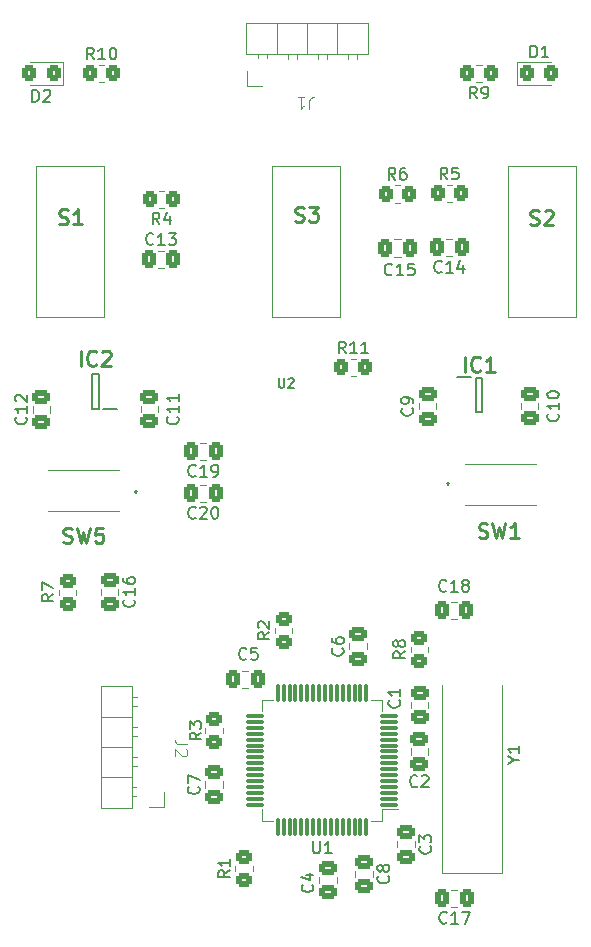
<source format=gbr>
%TF.GenerationSoftware,KiCad,Pcbnew,7.0.8*%
%TF.CreationDate,2024-03-13T16:31:13+02:00*%
%TF.ProjectId,mouse_hardware,6d6f7573-655f-4686-9172-64776172652e,rev?*%
%TF.SameCoordinates,Original*%
%TF.FileFunction,Legend,Top*%
%TF.FilePolarity,Positive*%
%FSLAX46Y46*%
G04 Gerber Fmt 4.6, Leading zero omitted, Abs format (unit mm)*
G04 Created by KiCad (PCBNEW 7.0.8) date 2024-03-13 16:31:13*
%MOMM*%
%LPD*%
G01*
G04 APERTURE LIST*
G04 Aperture macros list*
%AMRoundRect*
0 Rectangle with rounded corners*
0 $1 Rounding radius*
0 $2 $3 $4 $5 $6 $7 $8 $9 X,Y pos of 4 corners*
0 Add a 4 corners polygon primitive as box body*
4,1,4,$2,$3,$4,$5,$6,$7,$8,$9,$2,$3,0*
0 Add four circle primitives for the rounded corners*
1,1,$1+$1,$2,$3*
1,1,$1+$1,$4,$5*
1,1,$1+$1,$6,$7*
1,1,$1+$1,$8,$9*
0 Add four rect primitives between the rounded corners*
20,1,$1+$1,$2,$3,$4,$5,0*
20,1,$1+$1,$4,$5,$6,$7,0*
20,1,$1+$1,$6,$7,$8,$9,0*
20,1,$1+$1,$8,$9,$2,$3,0*%
G04 Aperture macros list end*
%ADD10C,0.150000*%
%ADD11C,0.254000*%
%ADD12C,0.100000*%
%ADD13C,0.120000*%
%ADD14C,0.200000*%
%ADD15RoundRect,0.250000X0.450000X-0.350000X0.450000X0.350000X-0.450000X0.350000X-0.450000X-0.350000X0*%
%ADD16RoundRect,0.250000X0.475000X-0.337500X0.475000X0.337500X-0.475000X0.337500X-0.475000X-0.337500X0*%
%ADD17RoundRect,0.250000X-0.475000X0.337500X-0.475000X-0.337500X0.475000X-0.337500X0.475000X0.337500X0*%
%ADD18R,2.000000X7.875000*%
%ADD19RoundRect,0.250000X0.337500X0.475000X-0.337500X0.475000X-0.337500X-0.475000X0.337500X-0.475000X0*%
%ADD20RoundRect,0.250000X0.350000X0.450000X-0.350000X0.450000X-0.350000X-0.450000X0.350000X-0.450000X0*%
%ADD21R,1.200000X0.600000*%
%ADD22C,1.800000*%
%ADD23RoundRect,0.250000X-0.350000X-0.450000X0.350000X-0.450000X0.350000X0.450000X-0.350000X0.450000X0*%
%ADD24RoundRect,0.250000X-0.337500X-0.475000X0.337500X-0.475000X0.337500X0.475000X-0.337500X0.475000X0*%
%ADD25R,1.700000X1.700000*%
%ADD26O,1.700000X1.700000*%
%ADD27RoundRect,0.250000X-0.450000X0.350000X-0.450000X-0.350000X0.450000X-0.350000X0.450000X0.350000X0*%
%ADD28R,1.250000X0.600000*%
%ADD29R,2.800000X2.200000*%
%ADD30C,1.504000*%
%ADD31RoundRect,0.250000X0.325000X0.450000X-0.325000X0.450000X-0.325000X-0.450000X0.325000X-0.450000X0*%
%ADD32RoundRect,0.075000X0.700000X0.075000X-0.700000X0.075000X-0.700000X-0.075000X0.700000X-0.075000X0*%
%ADD33RoundRect,0.075000X0.075000X0.700000X-0.075000X0.700000X-0.075000X-0.700000X0.075000X-0.700000X0*%
%ADD34RoundRect,0.250000X-0.325000X-0.450000X0.325000X-0.450000X0.325000X0.450000X-0.325000X0.450000X0*%
G04 APERTURE END LIST*
D10*
X30707819Y-88817166D02*
X30231628Y-89150499D01*
X30707819Y-89388594D02*
X29707819Y-89388594D01*
X29707819Y-89388594D02*
X29707819Y-89007642D01*
X29707819Y-89007642D02*
X29755438Y-88912404D01*
X29755438Y-88912404D02*
X29803057Y-88864785D01*
X29803057Y-88864785D02*
X29898295Y-88817166D01*
X29898295Y-88817166D02*
X30041152Y-88817166D01*
X30041152Y-88817166D02*
X30136390Y-88864785D01*
X30136390Y-88864785D02*
X30184009Y-88912404D01*
X30184009Y-88912404D02*
X30231628Y-89007642D01*
X30231628Y-89007642D02*
X30231628Y-89388594D01*
X30707819Y-87864785D02*
X30707819Y-88436213D01*
X30707819Y-88150499D02*
X29707819Y-88150499D01*
X29707819Y-88150499D02*
X29850676Y-88245737D01*
X29850676Y-88245737D02*
X29945914Y-88340975D01*
X29945914Y-88340975D02*
X29993533Y-88436213D01*
X46120580Y-49685166D02*
X46168200Y-49732785D01*
X46168200Y-49732785D02*
X46215819Y-49875642D01*
X46215819Y-49875642D02*
X46215819Y-49970880D01*
X46215819Y-49970880D02*
X46168200Y-50113737D01*
X46168200Y-50113737D02*
X46072961Y-50208975D01*
X46072961Y-50208975D02*
X45977723Y-50256594D01*
X45977723Y-50256594D02*
X45787247Y-50304213D01*
X45787247Y-50304213D02*
X45644390Y-50304213D01*
X45644390Y-50304213D02*
X45453914Y-50256594D01*
X45453914Y-50256594D02*
X45358676Y-50208975D01*
X45358676Y-50208975D02*
X45263438Y-50113737D01*
X45263438Y-50113737D02*
X45215819Y-49970880D01*
X45215819Y-49970880D02*
X45215819Y-49875642D01*
X45215819Y-49875642D02*
X45263438Y-49732785D01*
X45263438Y-49732785D02*
X45311057Y-49685166D01*
X46215819Y-49208975D02*
X46215819Y-49018499D01*
X46215819Y-49018499D02*
X46168200Y-48923261D01*
X46168200Y-48923261D02*
X46120580Y-48875642D01*
X46120580Y-48875642D02*
X45977723Y-48780404D01*
X45977723Y-48780404D02*
X45787247Y-48732785D01*
X45787247Y-48732785D02*
X45406295Y-48732785D01*
X45406295Y-48732785D02*
X45311057Y-48780404D01*
X45311057Y-48780404D02*
X45263438Y-48828023D01*
X45263438Y-48828023D02*
X45215819Y-48923261D01*
X45215819Y-48923261D02*
X45215819Y-49113737D01*
X45215819Y-49113737D02*
X45263438Y-49208975D01*
X45263438Y-49208975D02*
X45311057Y-49256594D01*
X45311057Y-49256594D02*
X45406295Y-49304213D01*
X45406295Y-49304213D02*
X45644390Y-49304213D01*
X45644390Y-49304213D02*
X45739628Y-49256594D01*
X45739628Y-49256594D02*
X45787247Y-49208975D01*
X45787247Y-49208975D02*
X45834866Y-49113737D01*
X45834866Y-49113737D02*
X45834866Y-48923261D01*
X45834866Y-48923261D02*
X45787247Y-48828023D01*
X45787247Y-48828023D02*
X45739628Y-48780404D01*
X45739628Y-48780404D02*
X45644390Y-48732785D01*
X22556580Y-65887857D02*
X22604200Y-65935476D01*
X22604200Y-65935476D02*
X22651819Y-66078333D01*
X22651819Y-66078333D02*
X22651819Y-66173571D01*
X22651819Y-66173571D02*
X22604200Y-66316428D01*
X22604200Y-66316428D02*
X22508961Y-66411666D01*
X22508961Y-66411666D02*
X22413723Y-66459285D01*
X22413723Y-66459285D02*
X22223247Y-66506904D01*
X22223247Y-66506904D02*
X22080390Y-66506904D01*
X22080390Y-66506904D02*
X21889914Y-66459285D01*
X21889914Y-66459285D02*
X21794676Y-66411666D01*
X21794676Y-66411666D02*
X21699438Y-66316428D01*
X21699438Y-66316428D02*
X21651819Y-66173571D01*
X21651819Y-66173571D02*
X21651819Y-66078333D01*
X21651819Y-66078333D02*
X21699438Y-65935476D01*
X21699438Y-65935476D02*
X21747057Y-65887857D01*
X22651819Y-64935476D02*
X22651819Y-65506904D01*
X22651819Y-65221190D02*
X21651819Y-65221190D01*
X21651819Y-65221190D02*
X21794676Y-65316428D01*
X21794676Y-65316428D02*
X21889914Y-65411666D01*
X21889914Y-65411666D02*
X21937533Y-65506904D01*
X21651819Y-64078333D02*
X21651819Y-64268809D01*
X21651819Y-64268809D02*
X21699438Y-64364047D01*
X21699438Y-64364047D02*
X21747057Y-64411666D01*
X21747057Y-64411666D02*
X21889914Y-64506904D01*
X21889914Y-64506904D02*
X22080390Y-64554523D01*
X22080390Y-64554523D02*
X22461342Y-64554523D01*
X22461342Y-64554523D02*
X22556580Y-64506904D01*
X22556580Y-64506904D02*
X22604200Y-64459285D01*
X22604200Y-64459285D02*
X22651819Y-64364047D01*
X22651819Y-64364047D02*
X22651819Y-64173571D01*
X22651819Y-64173571D02*
X22604200Y-64078333D01*
X22604200Y-64078333D02*
X22556580Y-64030714D01*
X22556580Y-64030714D02*
X22461342Y-63983095D01*
X22461342Y-63983095D02*
X22223247Y-63983095D01*
X22223247Y-63983095D02*
X22128009Y-64030714D01*
X22128009Y-64030714D02*
X22080390Y-64078333D01*
X22080390Y-64078333D02*
X22032771Y-64173571D01*
X22032771Y-64173571D02*
X22032771Y-64364047D01*
X22032771Y-64364047D02*
X22080390Y-64459285D01*
X22080390Y-64459285D02*
X22128009Y-64506904D01*
X22128009Y-64506904D02*
X22223247Y-64554523D01*
X28042580Y-81710666D02*
X28090200Y-81758285D01*
X28090200Y-81758285D02*
X28137819Y-81901142D01*
X28137819Y-81901142D02*
X28137819Y-81996380D01*
X28137819Y-81996380D02*
X28090200Y-82139237D01*
X28090200Y-82139237D02*
X27994961Y-82234475D01*
X27994961Y-82234475D02*
X27899723Y-82282094D01*
X27899723Y-82282094D02*
X27709247Y-82329713D01*
X27709247Y-82329713D02*
X27566390Y-82329713D01*
X27566390Y-82329713D02*
X27375914Y-82282094D01*
X27375914Y-82282094D02*
X27280676Y-82234475D01*
X27280676Y-82234475D02*
X27185438Y-82139237D01*
X27185438Y-82139237D02*
X27137819Y-81996380D01*
X27137819Y-81996380D02*
X27137819Y-81901142D01*
X27137819Y-81901142D02*
X27185438Y-81758285D01*
X27185438Y-81758285D02*
X27233057Y-81710666D01*
X27137819Y-81377332D02*
X27137819Y-80710666D01*
X27137819Y-80710666D02*
X28137819Y-81139237D01*
X54741628Y-79458690D02*
X55217819Y-79458690D01*
X54217819Y-79792023D02*
X54741628Y-79458690D01*
X54741628Y-79458690D02*
X54217819Y-79125357D01*
X55217819Y-78268214D02*
X55217819Y-78839642D01*
X55217819Y-78553928D02*
X54217819Y-78553928D01*
X54217819Y-78553928D02*
X54360676Y-78649166D01*
X54360676Y-78649166D02*
X54455914Y-78744404D01*
X54455914Y-78744404D02*
X54503533Y-78839642D01*
X48633142Y-38107580D02*
X48585523Y-38155200D01*
X48585523Y-38155200D02*
X48442666Y-38202819D01*
X48442666Y-38202819D02*
X48347428Y-38202819D01*
X48347428Y-38202819D02*
X48204571Y-38155200D01*
X48204571Y-38155200D02*
X48109333Y-38059961D01*
X48109333Y-38059961D02*
X48061714Y-37964723D01*
X48061714Y-37964723D02*
X48014095Y-37774247D01*
X48014095Y-37774247D02*
X48014095Y-37631390D01*
X48014095Y-37631390D02*
X48061714Y-37440914D01*
X48061714Y-37440914D02*
X48109333Y-37345676D01*
X48109333Y-37345676D02*
X48204571Y-37250438D01*
X48204571Y-37250438D02*
X48347428Y-37202819D01*
X48347428Y-37202819D02*
X48442666Y-37202819D01*
X48442666Y-37202819D02*
X48585523Y-37250438D01*
X48585523Y-37250438D02*
X48633142Y-37298057D01*
X49585523Y-38202819D02*
X49014095Y-38202819D01*
X49299809Y-38202819D02*
X49299809Y-37202819D01*
X49299809Y-37202819D02*
X49204571Y-37345676D01*
X49204571Y-37345676D02*
X49109333Y-37440914D01*
X49109333Y-37440914D02*
X49014095Y-37488533D01*
X50442666Y-37536152D02*
X50442666Y-38202819D01*
X50204571Y-37155200D02*
X49966476Y-37869485D01*
X49966476Y-37869485D02*
X50585523Y-37869485D01*
X51624333Y-23440819D02*
X51291000Y-22964628D01*
X51052905Y-23440819D02*
X51052905Y-22440819D01*
X51052905Y-22440819D02*
X51433857Y-22440819D01*
X51433857Y-22440819D02*
X51529095Y-22488438D01*
X51529095Y-22488438D02*
X51576714Y-22536057D01*
X51576714Y-22536057D02*
X51624333Y-22631295D01*
X51624333Y-22631295D02*
X51624333Y-22774152D01*
X51624333Y-22774152D02*
X51576714Y-22869390D01*
X51576714Y-22869390D02*
X51529095Y-22917009D01*
X51529095Y-22917009D02*
X51433857Y-22964628D01*
X51433857Y-22964628D02*
X51052905Y-22964628D01*
X52100524Y-23440819D02*
X52291000Y-23440819D01*
X52291000Y-23440819D02*
X52386238Y-23393200D01*
X52386238Y-23393200D02*
X52433857Y-23345580D01*
X52433857Y-23345580D02*
X52529095Y-23202723D01*
X52529095Y-23202723D02*
X52576714Y-23012247D01*
X52576714Y-23012247D02*
X52576714Y-22631295D01*
X52576714Y-22631295D02*
X52529095Y-22536057D01*
X52529095Y-22536057D02*
X52481476Y-22488438D01*
X52481476Y-22488438D02*
X52386238Y-22440819D01*
X52386238Y-22440819D02*
X52195762Y-22440819D01*
X52195762Y-22440819D02*
X52100524Y-22488438D01*
X52100524Y-22488438D02*
X52052905Y-22536057D01*
X52052905Y-22536057D02*
X52005286Y-22631295D01*
X52005286Y-22631295D02*
X52005286Y-22869390D01*
X52005286Y-22869390D02*
X52052905Y-22964628D01*
X52052905Y-22964628D02*
X52100524Y-23012247D01*
X52100524Y-23012247D02*
X52195762Y-23059866D01*
X52195762Y-23059866D02*
X52386238Y-23059866D01*
X52386238Y-23059866D02*
X52481476Y-23012247D01*
X52481476Y-23012247D02*
X52529095Y-22964628D01*
X52529095Y-22964628D02*
X52576714Y-22869390D01*
D11*
X18064237Y-46084318D02*
X18064237Y-44814318D01*
X19394714Y-45963365D02*
X19334238Y-46023842D01*
X19334238Y-46023842D02*
X19152809Y-46084318D01*
X19152809Y-46084318D02*
X19031857Y-46084318D01*
X19031857Y-46084318D02*
X18850428Y-46023842D01*
X18850428Y-46023842D02*
X18729476Y-45902889D01*
X18729476Y-45902889D02*
X18668999Y-45781937D01*
X18668999Y-45781937D02*
X18608523Y-45540032D01*
X18608523Y-45540032D02*
X18608523Y-45358603D01*
X18608523Y-45358603D02*
X18668999Y-45116699D01*
X18668999Y-45116699D02*
X18729476Y-44995746D01*
X18729476Y-44995746D02*
X18850428Y-44874794D01*
X18850428Y-44874794D02*
X19031857Y-44814318D01*
X19031857Y-44814318D02*
X19152809Y-44814318D01*
X19152809Y-44814318D02*
X19334238Y-44874794D01*
X19334238Y-44874794D02*
X19394714Y-44935270D01*
X19878523Y-44935270D02*
X19938999Y-44874794D01*
X19938999Y-44874794D02*
X20059952Y-44814318D01*
X20059952Y-44814318D02*
X20362333Y-44814318D01*
X20362333Y-44814318D02*
X20483285Y-44874794D01*
X20483285Y-44874794D02*
X20543761Y-44935270D01*
X20543761Y-44935270D02*
X20604238Y-45056222D01*
X20604238Y-45056222D02*
X20604238Y-45177175D01*
X20604238Y-45177175D02*
X20543761Y-45358603D01*
X20543761Y-45358603D02*
X19818047Y-46084318D01*
X19818047Y-46084318D02*
X20604238Y-46084318D01*
D10*
X45540819Y-70270666D02*
X45064628Y-70603999D01*
X45540819Y-70842094D02*
X44540819Y-70842094D01*
X44540819Y-70842094D02*
X44540819Y-70461142D01*
X44540819Y-70461142D02*
X44588438Y-70365904D01*
X44588438Y-70365904D02*
X44636057Y-70318285D01*
X44636057Y-70318285D02*
X44731295Y-70270666D01*
X44731295Y-70270666D02*
X44874152Y-70270666D01*
X44874152Y-70270666D02*
X44969390Y-70318285D01*
X44969390Y-70318285D02*
X45017009Y-70365904D01*
X45017009Y-70365904D02*
X45064628Y-70461142D01*
X45064628Y-70461142D02*
X45064628Y-70842094D01*
X44969390Y-69699237D02*
X44921771Y-69794475D01*
X44921771Y-69794475D02*
X44874152Y-69842094D01*
X44874152Y-69842094D02*
X44778914Y-69889713D01*
X44778914Y-69889713D02*
X44731295Y-69889713D01*
X44731295Y-69889713D02*
X44636057Y-69842094D01*
X44636057Y-69842094D02*
X44588438Y-69794475D01*
X44588438Y-69794475D02*
X44540819Y-69699237D01*
X44540819Y-69699237D02*
X44540819Y-69508761D01*
X44540819Y-69508761D02*
X44588438Y-69413523D01*
X44588438Y-69413523D02*
X44636057Y-69365904D01*
X44636057Y-69365904D02*
X44731295Y-69318285D01*
X44731295Y-69318285D02*
X44778914Y-69318285D01*
X44778914Y-69318285D02*
X44874152Y-69365904D01*
X44874152Y-69365904D02*
X44921771Y-69413523D01*
X44921771Y-69413523D02*
X44969390Y-69508761D01*
X44969390Y-69508761D02*
X44969390Y-69699237D01*
X44969390Y-69699237D02*
X45017009Y-69794475D01*
X45017009Y-69794475D02*
X45064628Y-69842094D01*
X45064628Y-69842094D02*
X45159866Y-69889713D01*
X45159866Y-69889713D02*
X45350342Y-69889713D01*
X45350342Y-69889713D02*
X45445580Y-69842094D01*
X45445580Y-69842094D02*
X45493200Y-69794475D01*
X45493200Y-69794475D02*
X45540819Y-69699237D01*
X45540819Y-69699237D02*
X45540819Y-69508761D01*
X45540819Y-69508761D02*
X45493200Y-69413523D01*
X45493200Y-69413523D02*
X45445580Y-69365904D01*
X45445580Y-69365904D02*
X45350342Y-69318285D01*
X45350342Y-69318285D02*
X45159866Y-69318285D01*
X45159866Y-69318285D02*
X45064628Y-69365904D01*
X45064628Y-69365904D02*
X45017009Y-69413523D01*
X45017009Y-69413523D02*
X44969390Y-69508761D01*
X44708333Y-30329819D02*
X44375000Y-29853628D01*
X44136905Y-30329819D02*
X44136905Y-29329819D01*
X44136905Y-29329819D02*
X44517857Y-29329819D01*
X44517857Y-29329819D02*
X44613095Y-29377438D01*
X44613095Y-29377438D02*
X44660714Y-29425057D01*
X44660714Y-29425057D02*
X44708333Y-29520295D01*
X44708333Y-29520295D02*
X44708333Y-29663152D01*
X44708333Y-29663152D02*
X44660714Y-29758390D01*
X44660714Y-29758390D02*
X44613095Y-29806009D01*
X44613095Y-29806009D02*
X44517857Y-29853628D01*
X44517857Y-29853628D02*
X44136905Y-29853628D01*
X45565476Y-29329819D02*
X45375000Y-29329819D01*
X45375000Y-29329819D02*
X45279762Y-29377438D01*
X45279762Y-29377438D02*
X45232143Y-29425057D01*
X45232143Y-29425057D02*
X45136905Y-29567914D01*
X45136905Y-29567914D02*
X45089286Y-29758390D01*
X45089286Y-29758390D02*
X45089286Y-30139342D01*
X45089286Y-30139342D02*
X45136905Y-30234580D01*
X45136905Y-30234580D02*
X45184524Y-30282200D01*
X45184524Y-30282200D02*
X45279762Y-30329819D01*
X45279762Y-30329819D02*
X45470238Y-30329819D01*
X45470238Y-30329819D02*
X45565476Y-30282200D01*
X45565476Y-30282200D02*
X45613095Y-30234580D01*
X45613095Y-30234580D02*
X45660714Y-30139342D01*
X45660714Y-30139342D02*
X45660714Y-29901247D01*
X45660714Y-29901247D02*
X45613095Y-29806009D01*
X45613095Y-29806009D02*
X45565476Y-29758390D01*
X45565476Y-29758390D02*
X45470238Y-29710771D01*
X45470238Y-29710771D02*
X45279762Y-29710771D01*
X45279762Y-29710771D02*
X45184524Y-29758390D01*
X45184524Y-29758390D02*
X45136905Y-29806009D01*
X45136905Y-29806009D02*
X45089286Y-29901247D01*
X40505142Y-45032819D02*
X40171809Y-44556628D01*
X39933714Y-45032819D02*
X39933714Y-44032819D01*
X39933714Y-44032819D02*
X40314666Y-44032819D01*
X40314666Y-44032819D02*
X40409904Y-44080438D01*
X40409904Y-44080438D02*
X40457523Y-44128057D01*
X40457523Y-44128057D02*
X40505142Y-44223295D01*
X40505142Y-44223295D02*
X40505142Y-44366152D01*
X40505142Y-44366152D02*
X40457523Y-44461390D01*
X40457523Y-44461390D02*
X40409904Y-44509009D01*
X40409904Y-44509009D02*
X40314666Y-44556628D01*
X40314666Y-44556628D02*
X39933714Y-44556628D01*
X41457523Y-45032819D02*
X40886095Y-45032819D01*
X41171809Y-45032819D02*
X41171809Y-44032819D01*
X41171809Y-44032819D02*
X41076571Y-44175676D01*
X41076571Y-44175676D02*
X40981333Y-44270914D01*
X40981333Y-44270914D02*
X40886095Y-44318533D01*
X42409904Y-45032819D02*
X41838476Y-45032819D01*
X42124190Y-45032819D02*
X42124190Y-44032819D01*
X42124190Y-44032819D02*
X42028952Y-44175676D01*
X42028952Y-44175676D02*
X41933714Y-44270914D01*
X41933714Y-44270914D02*
X41838476Y-44318533D01*
D11*
X36222380Y-33843842D02*
X36403809Y-33904318D01*
X36403809Y-33904318D02*
X36706190Y-33904318D01*
X36706190Y-33904318D02*
X36827142Y-33843842D01*
X36827142Y-33843842D02*
X36887618Y-33783365D01*
X36887618Y-33783365D02*
X36948095Y-33662413D01*
X36948095Y-33662413D02*
X36948095Y-33541461D01*
X36948095Y-33541461D02*
X36887618Y-33420508D01*
X36887618Y-33420508D02*
X36827142Y-33360032D01*
X36827142Y-33360032D02*
X36706190Y-33299556D01*
X36706190Y-33299556D02*
X36464285Y-33239080D01*
X36464285Y-33239080D02*
X36343333Y-33178603D01*
X36343333Y-33178603D02*
X36282856Y-33118127D01*
X36282856Y-33118127D02*
X36222380Y-32997175D01*
X36222380Y-32997175D02*
X36222380Y-32876222D01*
X36222380Y-32876222D02*
X36282856Y-32755270D01*
X36282856Y-32755270D02*
X36343333Y-32694794D01*
X36343333Y-32694794D02*
X36464285Y-32634318D01*
X36464285Y-32634318D02*
X36766666Y-32634318D01*
X36766666Y-32634318D02*
X36948095Y-32694794D01*
X37371428Y-32634318D02*
X38157619Y-32634318D01*
X38157619Y-32634318D02*
X37734285Y-33118127D01*
X37734285Y-33118127D02*
X37915714Y-33118127D01*
X37915714Y-33118127D02*
X38036666Y-33178603D01*
X38036666Y-33178603D02*
X38097142Y-33239080D01*
X38097142Y-33239080D02*
X38157619Y-33360032D01*
X38157619Y-33360032D02*
X38157619Y-33662413D01*
X38157619Y-33662413D02*
X38097142Y-33783365D01*
X38097142Y-33783365D02*
X38036666Y-33843842D01*
X38036666Y-33843842D02*
X37915714Y-33904318D01*
X37915714Y-33904318D02*
X37552857Y-33904318D01*
X37552857Y-33904318D02*
X37431904Y-33843842D01*
X37431904Y-33843842D02*
X37371428Y-33783365D01*
D10*
X46569333Y-81661080D02*
X46521714Y-81708700D01*
X46521714Y-81708700D02*
X46378857Y-81756319D01*
X46378857Y-81756319D02*
X46283619Y-81756319D01*
X46283619Y-81756319D02*
X46140762Y-81708700D01*
X46140762Y-81708700D02*
X46045524Y-81613461D01*
X46045524Y-81613461D02*
X45997905Y-81518223D01*
X45997905Y-81518223D02*
X45950286Y-81327747D01*
X45950286Y-81327747D02*
X45950286Y-81184890D01*
X45950286Y-81184890D02*
X45997905Y-80994414D01*
X45997905Y-80994414D02*
X46045524Y-80899176D01*
X46045524Y-80899176D02*
X46140762Y-80803938D01*
X46140762Y-80803938D02*
X46283619Y-80756319D01*
X46283619Y-80756319D02*
X46378857Y-80756319D01*
X46378857Y-80756319D02*
X46521714Y-80803938D01*
X46521714Y-80803938D02*
X46569333Y-80851557D01*
X46950286Y-80851557D02*
X46997905Y-80803938D01*
X46997905Y-80803938D02*
X47093143Y-80756319D01*
X47093143Y-80756319D02*
X47331238Y-80756319D01*
X47331238Y-80756319D02*
X47426476Y-80803938D01*
X47426476Y-80803938D02*
X47474095Y-80851557D01*
X47474095Y-80851557D02*
X47521714Y-80946795D01*
X47521714Y-80946795D02*
X47521714Y-81042033D01*
X47521714Y-81042033D02*
X47474095Y-81184890D01*
X47474095Y-81184890D02*
X46902667Y-81756319D01*
X46902667Y-81756319D02*
X47521714Y-81756319D01*
X26267580Y-50405357D02*
X26315200Y-50452976D01*
X26315200Y-50452976D02*
X26362819Y-50595833D01*
X26362819Y-50595833D02*
X26362819Y-50691071D01*
X26362819Y-50691071D02*
X26315200Y-50833928D01*
X26315200Y-50833928D02*
X26219961Y-50929166D01*
X26219961Y-50929166D02*
X26124723Y-50976785D01*
X26124723Y-50976785D02*
X25934247Y-51024404D01*
X25934247Y-51024404D02*
X25791390Y-51024404D01*
X25791390Y-51024404D02*
X25600914Y-50976785D01*
X25600914Y-50976785D02*
X25505676Y-50929166D01*
X25505676Y-50929166D02*
X25410438Y-50833928D01*
X25410438Y-50833928D02*
X25362819Y-50691071D01*
X25362819Y-50691071D02*
X25362819Y-50595833D01*
X25362819Y-50595833D02*
X25410438Y-50452976D01*
X25410438Y-50452976D02*
X25458057Y-50405357D01*
X26362819Y-49452976D02*
X26362819Y-50024404D01*
X26362819Y-49738690D02*
X25362819Y-49738690D01*
X25362819Y-49738690D02*
X25505676Y-49833928D01*
X25505676Y-49833928D02*
X25600914Y-49929166D01*
X25600914Y-49929166D02*
X25648533Y-50024404D01*
X26362819Y-48500595D02*
X26362819Y-49072023D01*
X26362819Y-48786309D02*
X25362819Y-48786309D01*
X25362819Y-48786309D02*
X25505676Y-48881547D01*
X25505676Y-48881547D02*
X25600914Y-48976785D01*
X25600914Y-48976785D02*
X25648533Y-49072023D01*
D11*
X56142380Y-34103842D02*
X56323809Y-34164318D01*
X56323809Y-34164318D02*
X56626190Y-34164318D01*
X56626190Y-34164318D02*
X56747142Y-34103842D01*
X56747142Y-34103842D02*
X56807618Y-34043365D01*
X56807618Y-34043365D02*
X56868095Y-33922413D01*
X56868095Y-33922413D02*
X56868095Y-33801461D01*
X56868095Y-33801461D02*
X56807618Y-33680508D01*
X56807618Y-33680508D02*
X56747142Y-33620032D01*
X56747142Y-33620032D02*
X56626190Y-33559556D01*
X56626190Y-33559556D02*
X56384285Y-33499080D01*
X56384285Y-33499080D02*
X56263333Y-33438603D01*
X56263333Y-33438603D02*
X56202856Y-33378127D01*
X56202856Y-33378127D02*
X56142380Y-33257175D01*
X56142380Y-33257175D02*
X56142380Y-33136222D01*
X56142380Y-33136222D02*
X56202856Y-33015270D01*
X56202856Y-33015270D02*
X56263333Y-32954794D01*
X56263333Y-32954794D02*
X56384285Y-32894318D01*
X56384285Y-32894318D02*
X56686666Y-32894318D01*
X56686666Y-32894318D02*
X56868095Y-32954794D01*
X57351904Y-33015270D02*
X57412380Y-32954794D01*
X57412380Y-32954794D02*
X57533333Y-32894318D01*
X57533333Y-32894318D02*
X57835714Y-32894318D01*
X57835714Y-32894318D02*
X57956666Y-32954794D01*
X57956666Y-32954794D02*
X58017142Y-33015270D01*
X58017142Y-33015270D02*
X58077619Y-33136222D01*
X58077619Y-33136222D02*
X58077619Y-33257175D01*
X58077619Y-33257175D02*
X58017142Y-33438603D01*
X58017142Y-33438603D02*
X57291428Y-34164318D01*
X57291428Y-34164318D02*
X58077619Y-34164318D01*
D10*
X19185142Y-20140819D02*
X18851809Y-19664628D01*
X18613714Y-20140819D02*
X18613714Y-19140819D01*
X18613714Y-19140819D02*
X18994666Y-19140819D01*
X18994666Y-19140819D02*
X19089904Y-19188438D01*
X19089904Y-19188438D02*
X19137523Y-19236057D01*
X19137523Y-19236057D02*
X19185142Y-19331295D01*
X19185142Y-19331295D02*
X19185142Y-19474152D01*
X19185142Y-19474152D02*
X19137523Y-19569390D01*
X19137523Y-19569390D02*
X19089904Y-19617009D01*
X19089904Y-19617009D02*
X18994666Y-19664628D01*
X18994666Y-19664628D02*
X18613714Y-19664628D01*
X20137523Y-20140819D02*
X19566095Y-20140819D01*
X19851809Y-20140819D02*
X19851809Y-19140819D01*
X19851809Y-19140819D02*
X19756571Y-19283676D01*
X19756571Y-19283676D02*
X19661333Y-19378914D01*
X19661333Y-19378914D02*
X19566095Y-19426533D01*
X20756571Y-19140819D02*
X20851809Y-19140819D01*
X20851809Y-19140819D02*
X20947047Y-19188438D01*
X20947047Y-19188438D02*
X20994666Y-19236057D01*
X20994666Y-19236057D02*
X21042285Y-19331295D01*
X21042285Y-19331295D02*
X21089904Y-19521771D01*
X21089904Y-19521771D02*
X21089904Y-19759866D01*
X21089904Y-19759866D02*
X21042285Y-19950342D01*
X21042285Y-19950342D02*
X20994666Y-20045580D01*
X20994666Y-20045580D02*
X20947047Y-20093200D01*
X20947047Y-20093200D02*
X20851809Y-20140819D01*
X20851809Y-20140819D02*
X20756571Y-20140819D01*
X20756571Y-20140819D02*
X20661333Y-20093200D01*
X20661333Y-20093200D02*
X20613714Y-20045580D01*
X20613714Y-20045580D02*
X20566095Y-19950342D01*
X20566095Y-19950342D02*
X20518476Y-19759866D01*
X20518476Y-19759866D02*
X20518476Y-19521771D01*
X20518476Y-19521771D02*
X20566095Y-19331295D01*
X20566095Y-19331295D02*
X20613714Y-19236057D01*
X20613714Y-19236057D02*
X20661333Y-19188438D01*
X20661333Y-19188438D02*
X20756571Y-19140819D01*
X44102580Y-89287666D02*
X44150200Y-89335285D01*
X44150200Y-89335285D02*
X44197819Y-89478142D01*
X44197819Y-89478142D02*
X44197819Y-89573380D01*
X44197819Y-89573380D02*
X44150200Y-89716237D01*
X44150200Y-89716237D02*
X44054961Y-89811475D01*
X44054961Y-89811475D02*
X43959723Y-89859094D01*
X43959723Y-89859094D02*
X43769247Y-89906713D01*
X43769247Y-89906713D02*
X43626390Y-89906713D01*
X43626390Y-89906713D02*
X43435914Y-89859094D01*
X43435914Y-89859094D02*
X43340676Y-89811475D01*
X43340676Y-89811475D02*
X43245438Y-89716237D01*
X43245438Y-89716237D02*
X43197819Y-89573380D01*
X43197819Y-89573380D02*
X43197819Y-89478142D01*
X43197819Y-89478142D02*
X43245438Y-89335285D01*
X43245438Y-89335285D02*
X43293057Y-89287666D01*
X43626390Y-88716237D02*
X43578771Y-88811475D01*
X43578771Y-88811475D02*
X43531152Y-88859094D01*
X43531152Y-88859094D02*
X43435914Y-88906713D01*
X43435914Y-88906713D02*
X43388295Y-88906713D01*
X43388295Y-88906713D02*
X43293057Y-88859094D01*
X43293057Y-88859094D02*
X43245438Y-88811475D01*
X43245438Y-88811475D02*
X43197819Y-88716237D01*
X43197819Y-88716237D02*
X43197819Y-88525761D01*
X43197819Y-88525761D02*
X43245438Y-88430523D01*
X43245438Y-88430523D02*
X43293057Y-88382904D01*
X43293057Y-88382904D02*
X43388295Y-88335285D01*
X43388295Y-88335285D02*
X43435914Y-88335285D01*
X43435914Y-88335285D02*
X43531152Y-88382904D01*
X43531152Y-88382904D02*
X43578771Y-88430523D01*
X43578771Y-88430523D02*
X43626390Y-88525761D01*
X43626390Y-88525761D02*
X43626390Y-88716237D01*
X43626390Y-88716237D02*
X43674009Y-88811475D01*
X43674009Y-88811475D02*
X43721628Y-88859094D01*
X43721628Y-88859094D02*
X43816866Y-88906713D01*
X43816866Y-88906713D02*
X44007342Y-88906713D01*
X44007342Y-88906713D02*
X44102580Y-88859094D01*
X44102580Y-88859094D02*
X44150200Y-88811475D01*
X44150200Y-88811475D02*
X44197819Y-88716237D01*
X44197819Y-88716237D02*
X44197819Y-88525761D01*
X44197819Y-88525761D02*
X44150200Y-88430523D01*
X44150200Y-88430523D02*
X44102580Y-88382904D01*
X44102580Y-88382904D02*
X44007342Y-88335285D01*
X44007342Y-88335285D02*
X43816866Y-88335285D01*
X43816866Y-88335285D02*
X43721628Y-88382904D01*
X43721628Y-88382904D02*
X43674009Y-88430523D01*
X43674009Y-88430523D02*
X43626390Y-88525761D01*
X44432142Y-38334580D02*
X44384523Y-38382200D01*
X44384523Y-38382200D02*
X44241666Y-38429819D01*
X44241666Y-38429819D02*
X44146428Y-38429819D01*
X44146428Y-38429819D02*
X44003571Y-38382200D01*
X44003571Y-38382200D02*
X43908333Y-38286961D01*
X43908333Y-38286961D02*
X43860714Y-38191723D01*
X43860714Y-38191723D02*
X43813095Y-38001247D01*
X43813095Y-38001247D02*
X43813095Y-37858390D01*
X43813095Y-37858390D02*
X43860714Y-37667914D01*
X43860714Y-37667914D02*
X43908333Y-37572676D01*
X43908333Y-37572676D02*
X44003571Y-37477438D01*
X44003571Y-37477438D02*
X44146428Y-37429819D01*
X44146428Y-37429819D02*
X44241666Y-37429819D01*
X44241666Y-37429819D02*
X44384523Y-37477438D01*
X44384523Y-37477438D02*
X44432142Y-37525057D01*
X45384523Y-38429819D02*
X44813095Y-38429819D01*
X45098809Y-38429819D02*
X45098809Y-37429819D01*
X45098809Y-37429819D02*
X45003571Y-37572676D01*
X45003571Y-37572676D02*
X44908333Y-37667914D01*
X44908333Y-37667914D02*
X44813095Y-37715533D01*
X46289285Y-37429819D02*
X45813095Y-37429819D01*
X45813095Y-37429819D02*
X45765476Y-37906009D01*
X45765476Y-37906009D02*
X45813095Y-37858390D01*
X45813095Y-37858390D02*
X45908333Y-37810771D01*
X45908333Y-37810771D02*
X46146428Y-37810771D01*
X46146428Y-37810771D02*
X46241666Y-37858390D01*
X46241666Y-37858390D02*
X46289285Y-37906009D01*
X46289285Y-37906009D02*
X46336904Y-38001247D01*
X46336904Y-38001247D02*
X46336904Y-38239342D01*
X46336904Y-38239342D02*
X46289285Y-38334580D01*
X46289285Y-38334580D02*
X46241666Y-38382200D01*
X46241666Y-38382200D02*
X46146428Y-38429819D01*
X46146428Y-38429819D02*
X45908333Y-38429819D01*
X45908333Y-38429819D02*
X45813095Y-38382200D01*
X45813095Y-38382200D02*
X45765476Y-38334580D01*
X58468580Y-50161357D02*
X58516200Y-50208976D01*
X58516200Y-50208976D02*
X58563819Y-50351833D01*
X58563819Y-50351833D02*
X58563819Y-50447071D01*
X58563819Y-50447071D02*
X58516200Y-50589928D01*
X58516200Y-50589928D02*
X58420961Y-50685166D01*
X58420961Y-50685166D02*
X58325723Y-50732785D01*
X58325723Y-50732785D02*
X58135247Y-50780404D01*
X58135247Y-50780404D02*
X57992390Y-50780404D01*
X57992390Y-50780404D02*
X57801914Y-50732785D01*
X57801914Y-50732785D02*
X57706676Y-50685166D01*
X57706676Y-50685166D02*
X57611438Y-50589928D01*
X57611438Y-50589928D02*
X57563819Y-50447071D01*
X57563819Y-50447071D02*
X57563819Y-50351833D01*
X57563819Y-50351833D02*
X57611438Y-50208976D01*
X57611438Y-50208976D02*
X57659057Y-50161357D01*
X58563819Y-49208976D02*
X58563819Y-49780404D01*
X58563819Y-49494690D02*
X57563819Y-49494690D01*
X57563819Y-49494690D02*
X57706676Y-49589928D01*
X57706676Y-49589928D02*
X57801914Y-49685166D01*
X57801914Y-49685166D02*
X57849533Y-49780404D01*
X57563819Y-48589928D02*
X57563819Y-48494690D01*
X57563819Y-48494690D02*
X57611438Y-48399452D01*
X57611438Y-48399452D02*
X57659057Y-48351833D01*
X57659057Y-48351833D02*
X57754295Y-48304214D01*
X57754295Y-48304214D02*
X57944771Y-48256595D01*
X57944771Y-48256595D02*
X58182866Y-48256595D01*
X58182866Y-48256595D02*
X58373342Y-48304214D01*
X58373342Y-48304214D02*
X58468580Y-48351833D01*
X58468580Y-48351833D02*
X58516200Y-48399452D01*
X58516200Y-48399452D02*
X58563819Y-48494690D01*
X58563819Y-48494690D02*
X58563819Y-48589928D01*
X58563819Y-48589928D02*
X58516200Y-48685166D01*
X58516200Y-48685166D02*
X58468580Y-48732785D01*
X58468580Y-48732785D02*
X58373342Y-48780404D01*
X58373342Y-48780404D02*
X58182866Y-48828023D01*
X58182866Y-48828023D02*
X57944771Y-48828023D01*
X57944771Y-48828023D02*
X57754295Y-48780404D01*
X57754295Y-48780404D02*
X57659057Y-48732785D01*
X57659057Y-48732785D02*
X57611438Y-48685166D01*
X57611438Y-48685166D02*
X57563819Y-48589928D01*
D12*
X37437333Y-24351580D02*
X37437333Y-23637295D01*
X37437333Y-23637295D02*
X37484952Y-23494438D01*
X37484952Y-23494438D02*
X37580190Y-23399200D01*
X37580190Y-23399200D02*
X37723047Y-23351580D01*
X37723047Y-23351580D02*
X37818285Y-23351580D01*
X36437333Y-23351580D02*
X37008761Y-23351580D01*
X36723047Y-23351580D02*
X36723047Y-24351580D01*
X36723047Y-24351580D02*
X36818285Y-24208723D01*
X36818285Y-24208723D02*
X36913523Y-24113485D01*
X36913523Y-24113485D02*
X37008761Y-24065866D01*
D10*
X24741333Y-34108819D02*
X24408000Y-33632628D01*
X24169905Y-34108819D02*
X24169905Y-33108819D01*
X24169905Y-33108819D02*
X24550857Y-33108819D01*
X24550857Y-33108819D02*
X24646095Y-33156438D01*
X24646095Y-33156438D02*
X24693714Y-33204057D01*
X24693714Y-33204057D02*
X24741333Y-33299295D01*
X24741333Y-33299295D02*
X24741333Y-33442152D01*
X24741333Y-33442152D02*
X24693714Y-33537390D01*
X24693714Y-33537390D02*
X24646095Y-33585009D01*
X24646095Y-33585009D02*
X24550857Y-33632628D01*
X24550857Y-33632628D02*
X24169905Y-33632628D01*
X25598476Y-33442152D02*
X25598476Y-34108819D01*
X25360381Y-33061200D02*
X25122286Y-33775485D01*
X25122286Y-33775485D02*
X25741333Y-33775485D01*
X28293819Y-77138666D02*
X27817628Y-77471999D01*
X28293819Y-77710094D02*
X27293819Y-77710094D01*
X27293819Y-77710094D02*
X27293819Y-77329142D01*
X27293819Y-77329142D02*
X27341438Y-77233904D01*
X27341438Y-77233904D02*
X27389057Y-77186285D01*
X27389057Y-77186285D02*
X27484295Y-77138666D01*
X27484295Y-77138666D02*
X27627152Y-77138666D01*
X27627152Y-77138666D02*
X27722390Y-77186285D01*
X27722390Y-77186285D02*
X27770009Y-77233904D01*
X27770009Y-77233904D02*
X27817628Y-77329142D01*
X27817628Y-77329142D02*
X27817628Y-77710094D01*
X27293819Y-76805332D02*
X27293819Y-76186285D01*
X27293819Y-76186285D02*
X27674771Y-76519618D01*
X27674771Y-76519618D02*
X27674771Y-76376761D01*
X27674771Y-76376761D02*
X27722390Y-76281523D01*
X27722390Y-76281523D02*
X27770009Y-76233904D01*
X27770009Y-76233904D02*
X27865247Y-76186285D01*
X27865247Y-76186285D02*
X28103342Y-76186285D01*
X28103342Y-76186285D02*
X28198580Y-76233904D01*
X28198580Y-76233904D02*
X28246200Y-76281523D01*
X28246200Y-76281523D02*
X28293819Y-76376761D01*
X28293819Y-76376761D02*
X28293819Y-76662475D01*
X28293819Y-76662475D02*
X28246200Y-76757713D01*
X28246200Y-76757713D02*
X28198580Y-76805332D01*
X49114833Y-30300819D02*
X48781500Y-29824628D01*
X48543405Y-30300819D02*
X48543405Y-29300819D01*
X48543405Y-29300819D02*
X48924357Y-29300819D01*
X48924357Y-29300819D02*
X49019595Y-29348438D01*
X49019595Y-29348438D02*
X49067214Y-29396057D01*
X49067214Y-29396057D02*
X49114833Y-29491295D01*
X49114833Y-29491295D02*
X49114833Y-29634152D01*
X49114833Y-29634152D02*
X49067214Y-29729390D01*
X49067214Y-29729390D02*
X49019595Y-29777009D01*
X49019595Y-29777009D02*
X48924357Y-29824628D01*
X48924357Y-29824628D02*
X48543405Y-29824628D01*
X50019595Y-29300819D02*
X49543405Y-29300819D01*
X49543405Y-29300819D02*
X49495786Y-29777009D01*
X49495786Y-29777009D02*
X49543405Y-29729390D01*
X49543405Y-29729390D02*
X49638643Y-29681771D01*
X49638643Y-29681771D02*
X49876738Y-29681771D01*
X49876738Y-29681771D02*
X49971976Y-29729390D01*
X49971976Y-29729390D02*
X50019595Y-29777009D01*
X50019595Y-29777009D02*
X50067214Y-29872247D01*
X50067214Y-29872247D02*
X50067214Y-30110342D01*
X50067214Y-30110342D02*
X50019595Y-30205580D01*
X50019595Y-30205580D02*
X49971976Y-30253200D01*
X49971976Y-30253200D02*
X49876738Y-30300819D01*
X49876738Y-30300819D02*
X49638643Y-30300819D01*
X49638643Y-30300819D02*
X49543405Y-30253200D01*
X49543405Y-30253200D02*
X49495786Y-30205580D01*
D11*
X50570237Y-46584318D02*
X50570237Y-45314318D01*
X51900714Y-46463365D02*
X51840238Y-46523842D01*
X51840238Y-46523842D02*
X51658809Y-46584318D01*
X51658809Y-46584318D02*
X51537857Y-46584318D01*
X51537857Y-46584318D02*
X51356428Y-46523842D01*
X51356428Y-46523842D02*
X51235476Y-46402889D01*
X51235476Y-46402889D02*
X51174999Y-46281937D01*
X51174999Y-46281937D02*
X51114523Y-46040032D01*
X51114523Y-46040032D02*
X51114523Y-45858603D01*
X51114523Y-45858603D02*
X51174999Y-45616699D01*
X51174999Y-45616699D02*
X51235476Y-45495746D01*
X51235476Y-45495746D02*
X51356428Y-45374794D01*
X51356428Y-45374794D02*
X51537857Y-45314318D01*
X51537857Y-45314318D02*
X51658809Y-45314318D01*
X51658809Y-45314318D02*
X51840238Y-45374794D01*
X51840238Y-45374794D02*
X51900714Y-45435270D01*
X53110238Y-46584318D02*
X52384523Y-46584318D01*
X52747380Y-46584318D02*
X52747380Y-45314318D01*
X52747380Y-45314318D02*
X52626428Y-45495746D01*
X52626428Y-45495746D02*
X52505476Y-45616699D01*
X52505476Y-45616699D02*
X52384523Y-45677175D01*
X51781666Y-60613842D02*
X51963095Y-60674318D01*
X51963095Y-60674318D02*
X52265476Y-60674318D01*
X52265476Y-60674318D02*
X52386428Y-60613842D01*
X52386428Y-60613842D02*
X52446904Y-60553365D01*
X52446904Y-60553365D02*
X52507381Y-60432413D01*
X52507381Y-60432413D02*
X52507381Y-60311461D01*
X52507381Y-60311461D02*
X52446904Y-60190508D01*
X52446904Y-60190508D02*
X52386428Y-60130032D01*
X52386428Y-60130032D02*
X52265476Y-60069556D01*
X52265476Y-60069556D02*
X52023571Y-60009080D01*
X52023571Y-60009080D02*
X51902619Y-59948603D01*
X51902619Y-59948603D02*
X51842142Y-59888127D01*
X51842142Y-59888127D02*
X51781666Y-59767175D01*
X51781666Y-59767175D02*
X51781666Y-59646222D01*
X51781666Y-59646222D02*
X51842142Y-59525270D01*
X51842142Y-59525270D02*
X51902619Y-59464794D01*
X51902619Y-59464794D02*
X52023571Y-59404318D01*
X52023571Y-59404318D02*
X52325952Y-59404318D01*
X52325952Y-59404318D02*
X52507381Y-59464794D01*
X52930714Y-59404318D02*
X53233095Y-60674318D01*
X53233095Y-60674318D02*
X53475000Y-59767175D01*
X53475000Y-59767175D02*
X53716905Y-60674318D01*
X53716905Y-60674318D02*
X54019286Y-59404318D01*
X55168334Y-60674318D02*
X54442619Y-60674318D01*
X54805476Y-60674318D02*
X54805476Y-59404318D01*
X54805476Y-59404318D02*
X54684524Y-59585746D01*
X54684524Y-59585746D02*
X54563572Y-59706699D01*
X54563572Y-59706699D02*
X54442619Y-59767175D01*
D10*
X34844476Y-47147395D02*
X34844476Y-47795014D01*
X34844476Y-47795014D02*
X34882571Y-47871204D01*
X34882571Y-47871204D02*
X34920666Y-47909300D01*
X34920666Y-47909300D02*
X34996857Y-47947395D01*
X34996857Y-47947395D02*
X35149238Y-47947395D01*
X35149238Y-47947395D02*
X35225428Y-47909300D01*
X35225428Y-47909300D02*
X35263523Y-47871204D01*
X35263523Y-47871204D02*
X35301619Y-47795014D01*
X35301619Y-47795014D02*
X35301619Y-47147395D01*
X35644475Y-47223585D02*
X35682571Y-47185490D01*
X35682571Y-47185490D02*
X35758761Y-47147395D01*
X35758761Y-47147395D02*
X35949237Y-47147395D01*
X35949237Y-47147395D02*
X36025428Y-47185490D01*
X36025428Y-47185490D02*
X36063523Y-47223585D01*
X36063523Y-47223585D02*
X36101618Y-47299776D01*
X36101618Y-47299776D02*
X36101618Y-47375966D01*
X36101618Y-47375966D02*
X36063523Y-47490252D01*
X36063523Y-47490252D02*
X35606380Y-47947395D01*
X35606380Y-47947395D02*
X36101618Y-47947395D01*
X27805142Y-58935580D02*
X27757523Y-58983200D01*
X27757523Y-58983200D02*
X27614666Y-59030819D01*
X27614666Y-59030819D02*
X27519428Y-59030819D01*
X27519428Y-59030819D02*
X27376571Y-58983200D01*
X27376571Y-58983200D02*
X27281333Y-58887961D01*
X27281333Y-58887961D02*
X27233714Y-58792723D01*
X27233714Y-58792723D02*
X27186095Y-58602247D01*
X27186095Y-58602247D02*
X27186095Y-58459390D01*
X27186095Y-58459390D02*
X27233714Y-58268914D01*
X27233714Y-58268914D02*
X27281333Y-58173676D01*
X27281333Y-58173676D02*
X27376571Y-58078438D01*
X27376571Y-58078438D02*
X27519428Y-58030819D01*
X27519428Y-58030819D02*
X27614666Y-58030819D01*
X27614666Y-58030819D02*
X27757523Y-58078438D01*
X27757523Y-58078438D02*
X27805142Y-58126057D01*
X28186095Y-58126057D02*
X28233714Y-58078438D01*
X28233714Y-58078438D02*
X28328952Y-58030819D01*
X28328952Y-58030819D02*
X28567047Y-58030819D01*
X28567047Y-58030819D02*
X28662285Y-58078438D01*
X28662285Y-58078438D02*
X28709904Y-58126057D01*
X28709904Y-58126057D02*
X28757523Y-58221295D01*
X28757523Y-58221295D02*
X28757523Y-58316533D01*
X28757523Y-58316533D02*
X28709904Y-58459390D01*
X28709904Y-58459390D02*
X28138476Y-59030819D01*
X28138476Y-59030819D02*
X28757523Y-59030819D01*
X29376571Y-58030819D02*
X29471809Y-58030819D01*
X29471809Y-58030819D02*
X29567047Y-58078438D01*
X29567047Y-58078438D02*
X29614666Y-58126057D01*
X29614666Y-58126057D02*
X29662285Y-58221295D01*
X29662285Y-58221295D02*
X29709904Y-58411771D01*
X29709904Y-58411771D02*
X29709904Y-58649866D01*
X29709904Y-58649866D02*
X29662285Y-58840342D01*
X29662285Y-58840342D02*
X29614666Y-58935580D01*
X29614666Y-58935580D02*
X29567047Y-58983200D01*
X29567047Y-58983200D02*
X29471809Y-59030819D01*
X29471809Y-59030819D02*
X29376571Y-59030819D01*
X29376571Y-59030819D02*
X29281333Y-58983200D01*
X29281333Y-58983200D02*
X29233714Y-58935580D01*
X29233714Y-58935580D02*
X29186095Y-58840342D01*
X29186095Y-58840342D02*
X29138476Y-58649866D01*
X29138476Y-58649866D02*
X29138476Y-58411771D01*
X29138476Y-58411771D02*
X29186095Y-58221295D01*
X29186095Y-58221295D02*
X29233714Y-58126057D01*
X29233714Y-58126057D02*
X29281333Y-58078438D01*
X29281333Y-58078438D02*
X29376571Y-58030819D01*
X47658580Y-86769166D02*
X47706200Y-86816785D01*
X47706200Y-86816785D02*
X47753819Y-86959642D01*
X47753819Y-86959642D02*
X47753819Y-87054880D01*
X47753819Y-87054880D02*
X47706200Y-87197737D01*
X47706200Y-87197737D02*
X47610961Y-87292975D01*
X47610961Y-87292975D02*
X47515723Y-87340594D01*
X47515723Y-87340594D02*
X47325247Y-87388213D01*
X47325247Y-87388213D02*
X47182390Y-87388213D01*
X47182390Y-87388213D02*
X46991914Y-87340594D01*
X46991914Y-87340594D02*
X46896676Y-87292975D01*
X46896676Y-87292975D02*
X46801438Y-87197737D01*
X46801438Y-87197737D02*
X46753819Y-87054880D01*
X46753819Y-87054880D02*
X46753819Y-86959642D01*
X46753819Y-86959642D02*
X46801438Y-86816785D01*
X46801438Y-86816785D02*
X46849057Y-86769166D01*
X46753819Y-86435832D02*
X46753819Y-85816785D01*
X46753819Y-85816785D02*
X47134771Y-86150118D01*
X47134771Y-86150118D02*
X47134771Y-86007261D01*
X47134771Y-86007261D02*
X47182390Y-85912023D01*
X47182390Y-85912023D02*
X47230009Y-85864404D01*
X47230009Y-85864404D02*
X47325247Y-85816785D01*
X47325247Y-85816785D02*
X47563342Y-85816785D01*
X47563342Y-85816785D02*
X47658580Y-85864404D01*
X47658580Y-85864404D02*
X47706200Y-85912023D01*
X47706200Y-85912023D02*
X47753819Y-86007261D01*
X47753819Y-86007261D02*
X47753819Y-86292975D01*
X47753819Y-86292975D02*
X47706200Y-86388213D01*
X47706200Y-86388213D02*
X47658580Y-86435832D01*
X32102833Y-70870580D02*
X32055214Y-70918200D01*
X32055214Y-70918200D02*
X31912357Y-70965819D01*
X31912357Y-70965819D02*
X31817119Y-70965819D01*
X31817119Y-70965819D02*
X31674262Y-70918200D01*
X31674262Y-70918200D02*
X31579024Y-70822961D01*
X31579024Y-70822961D02*
X31531405Y-70727723D01*
X31531405Y-70727723D02*
X31483786Y-70537247D01*
X31483786Y-70537247D02*
X31483786Y-70394390D01*
X31483786Y-70394390D02*
X31531405Y-70203914D01*
X31531405Y-70203914D02*
X31579024Y-70108676D01*
X31579024Y-70108676D02*
X31674262Y-70013438D01*
X31674262Y-70013438D02*
X31817119Y-69965819D01*
X31817119Y-69965819D02*
X31912357Y-69965819D01*
X31912357Y-69965819D02*
X32055214Y-70013438D01*
X32055214Y-70013438D02*
X32102833Y-70061057D01*
X33007595Y-69965819D02*
X32531405Y-69965819D01*
X32531405Y-69965819D02*
X32483786Y-70442009D01*
X32483786Y-70442009D02*
X32531405Y-70394390D01*
X32531405Y-70394390D02*
X32626643Y-70346771D01*
X32626643Y-70346771D02*
X32864738Y-70346771D01*
X32864738Y-70346771D02*
X32959976Y-70394390D01*
X32959976Y-70394390D02*
X33007595Y-70442009D01*
X33007595Y-70442009D02*
X33055214Y-70537247D01*
X33055214Y-70537247D02*
X33055214Y-70775342D01*
X33055214Y-70775342D02*
X33007595Y-70870580D01*
X33007595Y-70870580D02*
X32959976Y-70918200D01*
X32959976Y-70918200D02*
X32864738Y-70965819D01*
X32864738Y-70965819D02*
X32626643Y-70965819D01*
X32626643Y-70965819D02*
X32531405Y-70918200D01*
X32531405Y-70918200D02*
X32483786Y-70870580D01*
X15765819Y-65433166D02*
X15289628Y-65766499D01*
X15765819Y-66004594D02*
X14765819Y-66004594D01*
X14765819Y-66004594D02*
X14765819Y-65623642D01*
X14765819Y-65623642D02*
X14813438Y-65528404D01*
X14813438Y-65528404D02*
X14861057Y-65480785D01*
X14861057Y-65480785D02*
X14956295Y-65433166D01*
X14956295Y-65433166D02*
X15099152Y-65433166D01*
X15099152Y-65433166D02*
X15194390Y-65480785D01*
X15194390Y-65480785D02*
X15242009Y-65528404D01*
X15242009Y-65528404D02*
X15289628Y-65623642D01*
X15289628Y-65623642D02*
X15289628Y-66004594D01*
X14765819Y-65099832D02*
X14765819Y-64433166D01*
X14765819Y-64433166D02*
X15765819Y-64861737D01*
X13411580Y-50426857D02*
X13459200Y-50474476D01*
X13459200Y-50474476D02*
X13506819Y-50617333D01*
X13506819Y-50617333D02*
X13506819Y-50712571D01*
X13506819Y-50712571D02*
X13459200Y-50855428D01*
X13459200Y-50855428D02*
X13363961Y-50950666D01*
X13363961Y-50950666D02*
X13268723Y-50998285D01*
X13268723Y-50998285D02*
X13078247Y-51045904D01*
X13078247Y-51045904D02*
X12935390Y-51045904D01*
X12935390Y-51045904D02*
X12744914Y-50998285D01*
X12744914Y-50998285D02*
X12649676Y-50950666D01*
X12649676Y-50950666D02*
X12554438Y-50855428D01*
X12554438Y-50855428D02*
X12506819Y-50712571D01*
X12506819Y-50712571D02*
X12506819Y-50617333D01*
X12506819Y-50617333D02*
X12554438Y-50474476D01*
X12554438Y-50474476D02*
X12602057Y-50426857D01*
X13506819Y-49474476D02*
X13506819Y-50045904D01*
X13506819Y-49760190D02*
X12506819Y-49760190D01*
X12506819Y-49760190D02*
X12649676Y-49855428D01*
X12649676Y-49855428D02*
X12744914Y-49950666D01*
X12744914Y-49950666D02*
X12792533Y-50045904D01*
X12602057Y-49093523D02*
X12554438Y-49045904D01*
X12554438Y-49045904D02*
X12506819Y-48950666D01*
X12506819Y-48950666D02*
X12506819Y-48712571D01*
X12506819Y-48712571D02*
X12554438Y-48617333D01*
X12554438Y-48617333D02*
X12602057Y-48569714D01*
X12602057Y-48569714D02*
X12697295Y-48522095D01*
X12697295Y-48522095D02*
X12792533Y-48522095D01*
X12792533Y-48522095D02*
X12935390Y-48569714D01*
X12935390Y-48569714D02*
X13506819Y-49141142D01*
X13506819Y-49141142D02*
X13506819Y-48522095D01*
X37684580Y-90016666D02*
X37732200Y-90064285D01*
X37732200Y-90064285D02*
X37779819Y-90207142D01*
X37779819Y-90207142D02*
X37779819Y-90302380D01*
X37779819Y-90302380D02*
X37732200Y-90445237D01*
X37732200Y-90445237D02*
X37636961Y-90540475D01*
X37636961Y-90540475D02*
X37541723Y-90588094D01*
X37541723Y-90588094D02*
X37351247Y-90635713D01*
X37351247Y-90635713D02*
X37208390Y-90635713D01*
X37208390Y-90635713D02*
X37017914Y-90588094D01*
X37017914Y-90588094D02*
X36922676Y-90540475D01*
X36922676Y-90540475D02*
X36827438Y-90445237D01*
X36827438Y-90445237D02*
X36779819Y-90302380D01*
X36779819Y-90302380D02*
X36779819Y-90207142D01*
X36779819Y-90207142D02*
X36827438Y-90064285D01*
X36827438Y-90064285D02*
X36875057Y-90016666D01*
X37113152Y-89159523D02*
X37779819Y-89159523D01*
X36732200Y-89397618D02*
X37446485Y-89635713D01*
X37446485Y-89635713D02*
X37446485Y-89016666D01*
X34054819Y-68666666D02*
X33578628Y-68999999D01*
X34054819Y-69238094D02*
X33054819Y-69238094D01*
X33054819Y-69238094D02*
X33054819Y-68857142D01*
X33054819Y-68857142D02*
X33102438Y-68761904D01*
X33102438Y-68761904D02*
X33150057Y-68714285D01*
X33150057Y-68714285D02*
X33245295Y-68666666D01*
X33245295Y-68666666D02*
X33388152Y-68666666D01*
X33388152Y-68666666D02*
X33483390Y-68714285D01*
X33483390Y-68714285D02*
X33531009Y-68761904D01*
X33531009Y-68761904D02*
X33578628Y-68857142D01*
X33578628Y-68857142D02*
X33578628Y-69238094D01*
X33150057Y-68285713D02*
X33102438Y-68238094D01*
X33102438Y-68238094D02*
X33054819Y-68142856D01*
X33054819Y-68142856D02*
X33054819Y-67904761D01*
X33054819Y-67904761D02*
X33102438Y-67809523D01*
X33102438Y-67809523D02*
X33150057Y-67761904D01*
X33150057Y-67761904D02*
X33245295Y-67714285D01*
X33245295Y-67714285D02*
X33340533Y-67714285D01*
X33340533Y-67714285D02*
X33483390Y-67761904D01*
X33483390Y-67761904D02*
X34054819Y-68333332D01*
X34054819Y-68333332D02*
X34054819Y-67714285D01*
X27805142Y-55379580D02*
X27757523Y-55427200D01*
X27757523Y-55427200D02*
X27614666Y-55474819D01*
X27614666Y-55474819D02*
X27519428Y-55474819D01*
X27519428Y-55474819D02*
X27376571Y-55427200D01*
X27376571Y-55427200D02*
X27281333Y-55331961D01*
X27281333Y-55331961D02*
X27233714Y-55236723D01*
X27233714Y-55236723D02*
X27186095Y-55046247D01*
X27186095Y-55046247D02*
X27186095Y-54903390D01*
X27186095Y-54903390D02*
X27233714Y-54712914D01*
X27233714Y-54712914D02*
X27281333Y-54617676D01*
X27281333Y-54617676D02*
X27376571Y-54522438D01*
X27376571Y-54522438D02*
X27519428Y-54474819D01*
X27519428Y-54474819D02*
X27614666Y-54474819D01*
X27614666Y-54474819D02*
X27757523Y-54522438D01*
X27757523Y-54522438D02*
X27805142Y-54570057D01*
X28757523Y-55474819D02*
X28186095Y-55474819D01*
X28471809Y-55474819D02*
X28471809Y-54474819D01*
X28471809Y-54474819D02*
X28376571Y-54617676D01*
X28376571Y-54617676D02*
X28281333Y-54712914D01*
X28281333Y-54712914D02*
X28186095Y-54760533D01*
X29233714Y-55474819D02*
X29424190Y-55474819D01*
X29424190Y-55474819D02*
X29519428Y-55427200D01*
X29519428Y-55427200D02*
X29567047Y-55379580D01*
X29567047Y-55379580D02*
X29662285Y-55236723D01*
X29662285Y-55236723D02*
X29709904Y-55046247D01*
X29709904Y-55046247D02*
X29709904Y-54665295D01*
X29709904Y-54665295D02*
X29662285Y-54570057D01*
X29662285Y-54570057D02*
X29614666Y-54522438D01*
X29614666Y-54522438D02*
X29519428Y-54474819D01*
X29519428Y-54474819D02*
X29328952Y-54474819D01*
X29328952Y-54474819D02*
X29233714Y-54522438D01*
X29233714Y-54522438D02*
X29186095Y-54570057D01*
X29186095Y-54570057D02*
X29138476Y-54665295D01*
X29138476Y-54665295D02*
X29138476Y-54903390D01*
X29138476Y-54903390D02*
X29186095Y-54998628D01*
X29186095Y-54998628D02*
X29233714Y-55046247D01*
X29233714Y-55046247D02*
X29328952Y-55093866D01*
X29328952Y-55093866D02*
X29519428Y-55093866D01*
X29519428Y-55093866D02*
X29614666Y-55046247D01*
X29614666Y-55046247D02*
X29662285Y-54998628D01*
X29662285Y-54998628D02*
X29709904Y-54903390D01*
X49040142Y-65118080D02*
X48992523Y-65165700D01*
X48992523Y-65165700D02*
X48849666Y-65213319D01*
X48849666Y-65213319D02*
X48754428Y-65213319D01*
X48754428Y-65213319D02*
X48611571Y-65165700D01*
X48611571Y-65165700D02*
X48516333Y-65070461D01*
X48516333Y-65070461D02*
X48468714Y-64975223D01*
X48468714Y-64975223D02*
X48421095Y-64784747D01*
X48421095Y-64784747D02*
X48421095Y-64641890D01*
X48421095Y-64641890D02*
X48468714Y-64451414D01*
X48468714Y-64451414D02*
X48516333Y-64356176D01*
X48516333Y-64356176D02*
X48611571Y-64260938D01*
X48611571Y-64260938D02*
X48754428Y-64213319D01*
X48754428Y-64213319D02*
X48849666Y-64213319D01*
X48849666Y-64213319D02*
X48992523Y-64260938D01*
X48992523Y-64260938D02*
X49040142Y-64308557D01*
X49992523Y-65213319D02*
X49421095Y-65213319D01*
X49706809Y-65213319D02*
X49706809Y-64213319D01*
X49706809Y-64213319D02*
X49611571Y-64356176D01*
X49611571Y-64356176D02*
X49516333Y-64451414D01*
X49516333Y-64451414D02*
X49421095Y-64499033D01*
X50563952Y-64641890D02*
X50468714Y-64594271D01*
X50468714Y-64594271D02*
X50421095Y-64546652D01*
X50421095Y-64546652D02*
X50373476Y-64451414D01*
X50373476Y-64451414D02*
X50373476Y-64403795D01*
X50373476Y-64403795D02*
X50421095Y-64308557D01*
X50421095Y-64308557D02*
X50468714Y-64260938D01*
X50468714Y-64260938D02*
X50563952Y-64213319D01*
X50563952Y-64213319D02*
X50754428Y-64213319D01*
X50754428Y-64213319D02*
X50849666Y-64260938D01*
X50849666Y-64260938D02*
X50897285Y-64308557D01*
X50897285Y-64308557D02*
X50944904Y-64403795D01*
X50944904Y-64403795D02*
X50944904Y-64451414D01*
X50944904Y-64451414D02*
X50897285Y-64546652D01*
X50897285Y-64546652D02*
X50849666Y-64594271D01*
X50849666Y-64594271D02*
X50754428Y-64641890D01*
X50754428Y-64641890D02*
X50563952Y-64641890D01*
X50563952Y-64641890D02*
X50468714Y-64689509D01*
X50468714Y-64689509D02*
X50421095Y-64737128D01*
X50421095Y-64737128D02*
X50373476Y-64832366D01*
X50373476Y-64832366D02*
X50373476Y-65022842D01*
X50373476Y-65022842D02*
X50421095Y-65118080D01*
X50421095Y-65118080D02*
X50468714Y-65165700D01*
X50468714Y-65165700D02*
X50563952Y-65213319D01*
X50563952Y-65213319D02*
X50754428Y-65213319D01*
X50754428Y-65213319D02*
X50849666Y-65165700D01*
X50849666Y-65165700D02*
X50897285Y-65118080D01*
X50897285Y-65118080D02*
X50944904Y-65022842D01*
X50944904Y-65022842D02*
X50944904Y-64832366D01*
X50944904Y-64832366D02*
X50897285Y-64737128D01*
X50897285Y-64737128D02*
X50849666Y-64689509D01*
X50849666Y-64689509D02*
X50754428Y-64641890D01*
X40234580Y-70005166D02*
X40282200Y-70052785D01*
X40282200Y-70052785D02*
X40329819Y-70195642D01*
X40329819Y-70195642D02*
X40329819Y-70290880D01*
X40329819Y-70290880D02*
X40282200Y-70433737D01*
X40282200Y-70433737D02*
X40186961Y-70528975D01*
X40186961Y-70528975D02*
X40091723Y-70576594D01*
X40091723Y-70576594D02*
X39901247Y-70624213D01*
X39901247Y-70624213D02*
X39758390Y-70624213D01*
X39758390Y-70624213D02*
X39567914Y-70576594D01*
X39567914Y-70576594D02*
X39472676Y-70528975D01*
X39472676Y-70528975D02*
X39377438Y-70433737D01*
X39377438Y-70433737D02*
X39329819Y-70290880D01*
X39329819Y-70290880D02*
X39329819Y-70195642D01*
X39329819Y-70195642D02*
X39377438Y-70052785D01*
X39377438Y-70052785D02*
X39425057Y-70005166D01*
X39329819Y-69148023D02*
X39329819Y-69338499D01*
X39329819Y-69338499D02*
X39377438Y-69433737D01*
X39377438Y-69433737D02*
X39425057Y-69481356D01*
X39425057Y-69481356D02*
X39567914Y-69576594D01*
X39567914Y-69576594D02*
X39758390Y-69624213D01*
X39758390Y-69624213D02*
X40139342Y-69624213D01*
X40139342Y-69624213D02*
X40234580Y-69576594D01*
X40234580Y-69576594D02*
X40282200Y-69528975D01*
X40282200Y-69528975D02*
X40329819Y-69433737D01*
X40329819Y-69433737D02*
X40329819Y-69243261D01*
X40329819Y-69243261D02*
X40282200Y-69148023D01*
X40282200Y-69148023D02*
X40234580Y-69100404D01*
X40234580Y-69100404D02*
X40139342Y-69052785D01*
X40139342Y-69052785D02*
X39901247Y-69052785D01*
X39901247Y-69052785D02*
X39806009Y-69100404D01*
X39806009Y-69100404D02*
X39758390Y-69148023D01*
X39758390Y-69148023D02*
X39710771Y-69243261D01*
X39710771Y-69243261D02*
X39710771Y-69433737D01*
X39710771Y-69433737D02*
X39758390Y-69528975D01*
X39758390Y-69528975D02*
X39806009Y-69576594D01*
X39806009Y-69576594D02*
X39901247Y-69624213D01*
X45029580Y-74406666D02*
X45077200Y-74454285D01*
X45077200Y-74454285D02*
X45124819Y-74597142D01*
X45124819Y-74597142D02*
X45124819Y-74692380D01*
X45124819Y-74692380D02*
X45077200Y-74835237D01*
X45077200Y-74835237D02*
X44981961Y-74930475D01*
X44981961Y-74930475D02*
X44886723Y-74978094D01*
X44886723Y-74978094D02*
X44696247Y-75025713D01*
X44696247Y-75025713D02*
X44553390Y-75025713D01*
X44553390Y-75025713D02*
X44362914Y-74978094D01*
X44362914Y-74978094D02*
X44267676Y-74930475D01*
X44267676Y-74930475D02*
X44172438Y-74835237D01*
X44172438Y-74835237D02*
X44124819Y-74692380D01*
X44124819Y-74692380D02*
X44124819Y-74597142D01*
X44124819Y-74597142D02*
X44172438Y-74454285D01*
X44172438Y-74454285D02*
X44220057Y-74406666D01*
X45124819Y-73454285D02*
X45124819Y-74025713D01*
X45124819Y-73739999D02*
X44124819Y-73739999D01*
X44124819Y-73739999D02*
X44267676Y-73835237D01*
X44267676Y-73835237D02*
X44362914Y-73930475D01*
X44362914Y-73930475D02*
X44410533Y-74025713D01*
D11*
X16606666Y-61013842D02*
X16788095Y-61074318D01*
X16788095Y-61074318D02*
X17090476Y-61074318D01*
X17090476Y-61074318D02*
X17211428Y-61013842D01*
X17211428Y-61013842D02*
X17271904Y-60953365D01*
X17271904Y-60953365D02*
X17332381Y-60832413D01*
X17332381Y-60832413D02*
X17332381Y-60711461D01*
X17332381Y-60711461D02*
X17271904Y-60590508D01*
X17271904Y-60590508D02*
X17211428Y-60530032D01*
X17211428Y-60530032D02*
X17090476Y-60469556D01*
X17090476Y-60469556D02*
X16848571Y-60409080D01*
X16848571Y-60409080D02*
X16727619Y-60348603D01*
X16727619Y-60348603D02*
X16667142Y-60288127D01*
X16667142Y-60288127D02*
X16606666Y-60167175D01*
X16606666Y-60167175D02*
X16606666Y-60046222D01*
X16606666Y-60046222D02*
X16667142Y-59925270D01*
X16667142Y-59925270D02*
X16727619Y-59864794D01*
X16727619Y-59864794D02*
X16848571Y-59804318D01*
X16848571Y-59804318D02*
X17150952Y-59804318D01*
X17150952Y-59804318D02*
X17332381Y-59864794D01*
X17755714Y-59804318D02*
X18058095Y-61074318D01*
X18058095Y-61074318D02*
X18300000Y-60167175D01*
X18300000Y-60167175D02*
X18541905Y-61074318D01*
X18541905Y-61074318D02*
X18844286Y-59804318D01*
X19932857Y-59804318D02*
X19328095Y-59804318D01*
X19328095Y-59804318D02*
X19267619Y-60409080D01*
X19267619Y-60409080D02*
X19328095Y-60348603D01*
X19328095Y-60348603D02*
X19449048Y-60288127D01*
X19449048Y-60288127D02*
X19751429Y-60288127D01*
X19751429Y-60288127D02*
X19872381Y-60348603D01*
X19872381Y-60348603D02*
X19932857Y-60409080D01*
X19932857Y-60409080D02*
X19993334Y-60530032D01*
X19993334Y-60530032D02*
X19993334Y-60832413D01*
X19993334Y-60832413D02*
X19932857Y-60953365D01*
X19932857Y-60953365D02*
X19872381Y-61013842D01*
X19872381Y-61013842D02*
X19751429Y-61074318D01*
X19751429Y-61074318D02*
X19449048Y-61074318D01*
X19449048Y-61074318D02*
X19328095Y-61013842D01*
X19328095Y-61013842D02*
X19267619Y-60953365D01*
D10*
X24227642Y-35763580D02*
X24180023Y-35811200D01*
X24180023Y-35811200D02*
X24037166Y-35858819D01*
X24037166Y-35858819D02*
X23941928Y-35858819D01*
X23941928Y-35858819D02*
X23799071Y-35811200D01*
X23799071Y-35811200D02*
X23703833Y-35715961D01*
X23703833Y-35715961D02*
X23656214Y-35620723D01*
X23656214Y-35620723D02*
X23608595Y-35430247D01*
X23608595Y-35430247D02*
X23608595Y-35287390D01*
X23608595Y-35287390D02*
X23656214Y-35096914D01*
X23656214Y-35096914D02*
X23703833Y-35001676D01*
X23703833Y-35001676D02*
X23799071Y-34906438D01*
X23799071Y-34906438D02*
X23941928Y-34858819D01*
X23941928Y-34858819D02*
X24037166Y-34858819D01*
X24037166Y-34858819D02*
X24180023Y-34906438D01*
X24180023Y-34906438D02*
X24227642Y-34954057D01*
X25180023Y-35858819D02*
X24608595Y-35858819D01*
X24894309Y-35858819D02*
X24894309Y-34858819D01*
X24894309Y-34858819D02*
X24799071Y-35001676D01*
X24799071Y-35001676D02*
X24703833Y-35096914D01*
X24703833Y-35096914D02*
X24608595Y-35144533D01*
X25513357Y-34858819D02*
X26132404Y-34858819D01*
X26132404Y-34858819D02*
X25799071Y-35239771D01*
X25799071Y-35239771D02*
X25941928Y-35239771D01*
X25941928Y-35239771D02*
X26037166Y-35287390D01*
X26037166Y-35287390D02*
X26084785Y-35335009D01*
X26084785Y-35335009D02*
X26132404Y-35430247D01*
X26132404Y-35430247D02*
X26132404Y-35668342D01*
X26132404Y-35668342D02*
X26084785Y-35763580D01*
X26084785Y-35763580D02*
X26037166Y-35811200D01*
X26037166Y-35811200D02*
X25941928Y-35858819D01*
X25941928Y-35858819D02*
X25656214Y-35858819D01*
X25656214Y-35858819D02*
X25560976Y-35811200D01*
X25560976Y-35811200D02*
X25513357Y-35763580D01*
X13986905Y-23729819D02*
X13986905Y-22729819D01*
X13986905Y-22729819D02*
X14225000Y-22729819D01*
X14225000Y-22729819D02*
X14367857Y-22777438D01*
X14367857Y-22777438D02*
X14463095Y-22872676D01*
X14463095Y-22872676D02*
X14510714Y-22967914D01*
X14510714Y-22967914D02*
X14558333Y-23158390D01*
X14558333Y-23158390D02*
X14558333Y-23301247D01*
X14558333Y-23301247D02*
X14510714Y-23491723D01*
X14510714Y-23491723D02*
X14463095Y-23586961D01*
X14463095Y-23586961D02*
X14367857Y-23682200D01*
X14367857Y-23682200D02*
X14225000Y-23729819D01*
X14225000Y-23729819D02*
X13986905Y-23729819D01*
X14939286Y-22825057D02*
X14986905Y-22777438D01*
X14986905Y-22777438D02*
X15082143Y-22729819D01*
X15082143Y-22729819D02*
X15320238Y-22729819D01*
X15320238Y-22729819D02*
X15415476Y-22777438D01*
X15415476Y-22777438D02*
X15463095Y-22825057D01*
X15463095Y-22825057D02*
X15510714Y-22920295D01*
X15510714Y-22920295D02*
X15510714Y-23015533D01*
X15510714Y-23015533D02*
X15463095Y-23158390D01*
X15463095Y-23158390D02*
X14891667Y-23729819D01*
X14891667Y-23729819D02*
X15510714Y-23729819D01*
X37745095Y-86345319D02*
X37745095Y-87154842D01*
X37745095Y-87154842D02*
X37792714Y-87250080D01*
X37792714Y-87250080D02*
X37840333Y-87297700D01*
X37840333Y-87297700D02*
X37935571Y-87345319D01*
X37935571Y-87345319D02*
X38126047Y-87345319D01*
X38126047Y-87345319D02*
X38221285Y-87297700D01*
X38221285Y-87297700D02*
X38268904Y-87250080D01*
X38268904Y-87250080D02*
X38316523Y-87154842D01*
X38316523Y-87154842D02*
X38316523Y-86345319D01*
X39316523Y-87345319D02*
X38745095Y-87345319D01*
X39030809Y-87345319D02*
X39030809Y-86345319D01*
X39030809Y-86345319D02*
X38935571Y-86488176D01*
X38935571Y-86488176D02*
X38840333Y-86583414D01*
X38840333Y-86583414D02*
X38745095Y-86631033D01*
D12*
X27088580Y-78142666D02*
X26374295Y-78142666D01*
X26374295Y-78142666D02*
X26231438Y-78095047D01*
X26231438Y-78095047D02*
X26136200Y-77999809D01*
X26136200Y-77999809D02*
X26088580Y-77856952D01*
X26088580Y-77856952D02*
X26088580Y-77761714D01*
X26993342Y-78571238D02*
X27040961Y-78618857D01*
X27040961Y-78618857D02*
X27088580Y-78714095D01*
X27088580Y-78714095D02*
X27088580Y-78952190D01*
X27088580Y-78952190D02*
X27040961Y-79047428D01*
X27040961Y-79047428D02*
X26993342Y-79095047D01*
X26993342Y-79095047D02*
X26898104Y-79142666D01*
X26898104Y-79142666D02*
X26802866Y-79142666D01*
X26802866Y-79142666D02*
X26660009Y-79095047D01*
X26660009Y-79095047D02*
X26088580Y-78523619D01*
X26088580Y-78523619D02*
X26088580Y-79142666D01*
D11*
X16242380Y-34053842D02*
X16423809Y-34114318D01*
X16423809Y-34114318D02*
X16726190Y-34114318D01*
X16726190Y-34114318D02*
X16847142Y-34053842D01*
X16847142Y-34053842D02*
X16907618Y-33993365D01*
X16907618Y-33993365D02*
X16968095Y-33872413D01*
X16968095Y-33872413D02*
X16968095Y-33751461D01*
X16968095Y-33751461D02*
X16907618Y-33630508D01*
X16907618Y-33630508D02*
X16847142Y-33570032D01*
X16847142Y-33570032D02*
X16726190Y-33509556D01*
X16726190Y-33509556D02*
X16484285Y-33449080D01*
X16484285Y-33449080D02*
X16363333Y-33388603D01*
X16363333Y-33388603D02*
X16302856Y-33328127D01*
X16302856Y-33328127D02*
X16242380Y-33207175D01*
X16242380Y-33207175D02*
X16242380Y-33086222D01*
X16242380Y-33086222D02*
X16302856Y-32965270D01*
X16302856Y-32965270D02*
X16363333Y-32904794D01*
X16363333Y-32904794D02*
X16484285Y-32844318D01*
X16484285Y-32844318D02*
X16786666Y-32844318D01*
X16786666Y-32844318D02*
X16968095Y-32904794D01*
X18177619Y-34114318D02*
X17451904Y-34114318D01*
X17814761Y-34114318D02*
X17814761Y-32844318D01*
X17814761Y-32844318D02*
X17693809Y-33025746D01*
X17693809Y-33025746D02*
X17572857Y-33146699D01*
X17572857Y-33146699D02*
X17451904Y-33207175D01*
D10*
X49061642Y-93214080D02*
X49014023Y-93261700D01*
X49014023Y-93261700D02*
X48871166Y-93309319D01*
X48871166Y-93309319D02*
X48775928Y-93309319D01*
X48775928Y-93309319D02*
X48633071Y-93261700D01*
X48633071Y-93261700D02*
X48537833Y-93166461D01*
X48537833Y-93166461D02*
X48490214Y-93071223D01*
X48490214Y-93071223D02*
X48442595Y-92880747D01*
X48442595Y-92880747D02*
X48442595Y-92737890D01*
X48442595Y-92737890D02*
X48490214Y-92547414D01*
X48490214Y-92547414D02*
X48537833Y-92452176D01*
X48537833Y-92452176D02*
X48633071Y-92356938D01*
X48633071Y-92356938D02*
X48775928Y-92309319D01*
X48775928Y-92309319D02*
X48871166Y-92309319D01*
X48871166Y-92309319D02*
X49014023Y-92356938D01*
X49014023Y-92356938D02*
X49061642Y-92404557D01*
X50014023Y-93309319D02*
X49442595Y-93309319D01*
X49728309Y-93309319D02*
X49728309Y-92309319D01*
X49728309Y-92309319D02*
X49633071Y-92452176D01*
X49633071Y-92452176D02*
X49537833Y-92547414D01*
X49537833Y-92547414D02*
X49442595Y-92595033D01*
X50347357Y-92309319D02*
X51014023Y-92309319D01*
X51014023Y-92309319D02*
X50585452Y-93309319D01*
X56148905Y-19979819D02*
X56148905Y-18979819D01*
X56148905Y-18979819D02*
X56387000Y-18979819D01*
X56387000Y-18979819D02*
X56529857Y-19027438D01*
X56529857Y-19027438D02*
X56625095Y-19122676D01*
X56625095Y-19122676D02*
X56672714Y-19217914D01*
X56672714Y-19217914D02*
X56720333Y-19408390D01*
X56720333Y-19408390D02*
X56720333Y-19551247D01*
X56720333Y-19551247D02*
X56672714Y-19741723D01*
X56672714Y-19741723D02*
X56625095Y-19836961D01*
X56625095Y-19836961D02*
X56529857Y-19932200D01*
X56529857Y-19932200D02*
X56387000Y-19979819D01*
X56387000Y-19979819D02*
X56148905Y-19979819D01*
X57672714Y-19979819D02*
X57101286Y-19979819D01*
X57387000Y-19979819D02*
X57387000Y-18979819D01*
X57387000Y-18979819D02*
X57291762Y-19122676D01*
X57291762Y-19122676D02*
X57196524Y-19217914D01*
X57196524Y-19217914D02*
X57101286Y-19265533D01*
D13*
%TO.C,R1*%
X31168000Y-88877564D02*
X31168000Y-88423436D01*
X32638000Y-88877564D02*
X32638000Y-88423436D01*
%TO.C,C9*%
X46706000Y-49779752D02*
X46706000Y-49257248D01*
X48176000Y-49779752D02*
X48176000Y-49257248D01*
%TO.C,C16*%
X21252000Y-64983748D02*
X21252000Y-65506252D01*
X19782000Y-64983748D02*
X19782000Y-65506252D01*
%TO.C,C7*%
X28628000Y-81805252D02*
X28628000Y-81282748D01*
X30098000Y-81805252D02*
X30098000Y-81282748D01*
%TO.C,Y1*%
X48657000Y-89057500D02*
X53757000Y-89057500D01*
X53757000Y-89057500D02*
X53757000Y-73082500D01*
X48657000Y-73082500D02*
X48657000Y-89057500D01*
%TO.C,C14*%
X49537252Y-36803000D02*
X49014748Y-36803000D01*
X49537252Y-35333000D02*
X49014748Y-35333000D01*
%TO.C,R9*%
X52018064Y-22071000D02*
X51563936Y-22071000D01*
X52018064Y-20601000D02*
X51563936Y-20601000D01*
D14*
%TO.C,IC2*%
X21154000Y-49738500D02*
X19954000Y-49738500D01*
X19604000Y-49718500D02*
X19004000Y-49718500D01*
X19604000Y-46758500D02*
X19604000Y-49718500D01*
X19004000Y-49718500D02*
X19004000Y-46758500D01*
X19004000Y-46758500D02*
X19604000Y-46758500D01*
D13*
%TO.C,R8*%
X46001000Y-70331064D02*
X46001000Y-69876936D01*
X47471000Y-70331064D02*
X47471000Y-69876936D01*
%TO.C,R6*%
X45133564Y-32283000D02*
X44679436Y-32283000D01*
X45133564Y-30813000D02*
X44679436Y-30813000D01*
%TO.C,R11*%
X40920936Y-45493000D02*
X41375064Y-45493000D01*
X40920936Y-46963000D02*
X41375064Y-46963000D01*
D12*
%TO.C,S3*%
X40049000Y-29160000D02*
X40049000Y-41960000D01*
X34249000Y-29160000D02*
X40049000Y-29160000D01*
X40049000Y-41960000D02*
X34249000Y-41960000D01*
X34249000Y-41960000D02*
X34249000Y-29160000D01*
D13*
%TO.C,C2*%
X47471000Y-78478748D02*
X47471000Y-79001252D01*
X46001000Y-78478748D02*
X46001000Y-79001252D01*
%TO.C,C11*%
X23141000Y-50023752D02*
X23141000Y-49501248D01*
X24611000Y-50023752D02*
X24611000Y-49501248D01*
D12*
%TO.C,S2*%
X60049000Y-29160000D02*
X60049000Y-41960000D01*
X54249000Y-29160000D02*
X60049000Y-29160000D01*
X60049000Y-41960000D02*
X54249000Y-41960000D01*
X54249000Y-41960000D02*
X54249000Y-29160000D01*
D13*
%TO.C,R10*%
X19600936Y-20601000D02*
X20055064Y-20601000D01*
X19600936Y-22071000D02*
X20055064Y-22071000D01*
%TO.C,C8*%
X42798000Y-88859748D02*
X42798000Y-89382252D01*
X41328000Y-88859748D02*
X41328000Y-89382252D01*
%TO.C,C15*%
X44639748Y-35385000D02*
X45162252Y-35385000D01*
X44639748Y-36855000D02*
X45162252Y-36855000D01*
%TO.C,C10*%
X55342000Y-49758252D02*
X55342000Y-49235748D01*
X56812000Y-49758252D02*
X56812000Y-49235748D01*
%TO.C,J1*%
X32154000Y-22399000D02*
X32154000Y-21129000D01*
X33424000Y-22399000D02*
X32154000Y-22399000D01*
X35584000Y-20086071D02*
X35584000Y-19689000D01*
X36344000Y-20086071D02*
X36344000Y-19689000D01*
X38124000Y-20086071D02*
X38124000Y-19689000D01*
X38884000Y-20086071D02*
X38884000Y-19689000D01*
X40664000Y-20086071D02*
X40664000Y-19689000D01*
X41424000Y-20086071D02*
X41424000Y-19689000D01*
X33044000Y-20019000D02*
X33044000Y-19689000D01*
X33804000Y-20019000D02*
X33804000Y-19689000D01*
X32094000Y-19689000D02*
X42374000Y-19689000D01*
X34694000Y-19689000D02*
X34694000Y-17029000D01*
X37234000Y-19689000D02*
X37234000Y-17029000D01*
X39774000Y-19689000D02*
X39774000Y-17029000D01*
X42374000Y-19689000D02*
X42374000Y-17029000D01*
X32094000Y-17029000D02*
X32094000Y-19689000D01*
X42374000Y-17029000D02*
X32094000Y-17029000D01*
%TO.C,R4*%
X25135064Y-32739000D02*
X24680936Y-32739000D01*
X25135064Y-31269000D02*
X24680936Y-31269000D01*
%TO.C,R3*%
X30098000Y-76744936D02*
X30098000Y-77199064D01*
X28628000Y-76744936D02*
X28628000Y-77199064D01*
%TO.C,R5*%
X49054436Y-30761000D02*
X49508564Y-30761000D01*
X49054436Y-32231000D02*
X49508564Y-32231000D01*
D14*
%TO.C,IC1*%
X49904000Y-47068500D02*
X51154000Y-47068500D01*
X51504000Y-47118500D02*
X52054000Y-47118500D01*
X51504000Y-50018500D02*
X51504000Y-47118500D01*
X52054000Y-47118500D02*
X52054000Y-50018500D01*
X52054000Y-50018500D02*
X51504000Y-50018500D01*
%TO.C,SW1*%
X49189000Y-55944000D02*
X49189000Y-55944000D01*
X49189000Y-56144000D02*
X49189000Y-56144000D01*
D12*
X50589000Y-54394000D02*
X56589000Y-54394000D01*
X50589000Y-57894000D02*
X56589000Y-57894000D01*
D14*
X49189000Y-56144000D02*
G75*
G03*
X49189000Y-55944000I0J100000D01*
G01*
X49189000Y-55944000D02*
G75*
G03*
X49189000Y-56144000I0J-100000D01*
G01*
D13*
%TO.C,C20*%
X28709252Y-57631000D02*
X28186748Y-57631000D01*
X28709252Y-56161000D02*
X28186748Y-56161000D01*
%TO.C,C3*%
X46354000Y-86341248D02*
X46354000Y-86863752D01*
X44884000Y-86341248D02*
X44884000Y-86863752D01*
%TO.C,C5*%
X32265252Y-73379000D02*
X31742748Y-73379000D01*
X32265252Y-71909000D02*
X31742748Y-71909000D01*
%TO.C,R7*%
X16226000Y-65493564D02*
X16226000Y-65039436D01*
X17696000Y-65493564D02*
X17696000Y-65039436D01*
%TO.C,C12*%
X13997000Y-50045252D02*
X13997000Y-49522748D01*
X15467000Y-50045252D02*
X15467000Y-49522748D01*
%TO.C,C4*%
X39750000Y-89367748D02*
X39750000Y-89890252D01*
X38280000Y-89367748D02*
X38280000Y-89890252D01*
%TO.C,R2*%
X34515000Y-68727064D02*
X34515000Y-68272936D01*
X35985000Y-68727064D02*
X35985000Y-68272936D01*
%TO.C,C19*%
X28709252Y-54075000D02*
X28186748Y-54075000D01*
X28709252Y-52605000D02*
X28186748Y-52605000D01*
%TO.C,C18*%
X49944252Y-67525500D02*
X49421748Y-67525500D01*
X49944252Y-66055500D02*
X49421748Y-66055500D01*
%TO.C,C6*%
X40820000Y-70099752D02*
X40820000Y-69577248D01*
X42290000Y-70099752D02*
X42290000Y-69577248D01*
%TO.C,C1*%
X46025000Y-75051252D02*
X46025000Y-74528748D01*
X47495000Y-75051252D02*
X47495000Y-74528748D01*
D14*
%TO.C,SW5*%
X22745000Y-56852000D02*
X22745000Y-56852000D01*
X22745000Y-56652000D02*
X22745000Y-56652000D01*
D12*
X21345000Y-58402000D02*
X15345000Y-58402000D01*
X21345000Y-54902000D02*
X15345000Y-54902000D01*
D14*
X22745000Y-56652000D02*
G75*
G03*
X22745000Y-56852000I0J-100000D01*
G01*
X22745000Y-56852000D02*
G75*
G03*
X22745000Y-56652000I0J100000D01*
G01*
D13*
%TO.C,C13*%
X24609248Y-36349000D02*
X25131752Y-36349000D01*
X24609248Y-37819000D02*
X25131752Y-37819000D01*
%TO.C,D2*%
X16608000Y-22296000D02*
X16608000Y-20376000D01*
X16608000Y-20376000D02*
X13748000Y-20376000D01*
X13748000Y-22296000D02*
X16608000Y-22296000D01*
%TO.C,U1*%
X43617000Y-84600500D02*
X43617000Y-83650500D01*
X43617000Y-83650500D02*
X44957000Y-83650500D01*
X43617000Y-74380500D02*
X43617000Y-75330500D01*
X42667000Y-84600500D02*
X43617000Y-84600500D01*
X42667000Y-74380500D02*
X43617000Y-74380500D01*
X34347000Y-84600500D02*
X33397000Y-84600500D01*
X34347000Y-74380500D02*
X33397000Y-74380500D01*
X33397000Y-84600500D02*
X33397000Y-83650500D01*
X33397000Y-74380500D02*
X33397000Y-75330500D01*
%TO.C,J2*%
X25136000Y-83426000D02*
X23866000Y-83426000D01*
X25136000Y-82156000D02*
X25136000Y-83426000D01*
X22823071Y-79996000D02*
X22426000Y-79996000D01*
X22823071Y-79236000D02*
X22426000Y-79236000D01*
X22823071Y-77456000D02*
X22426000Y-77456000D01*
X22823071Y-76696000D02*
X22426000Y-76696000D01*
X22823071Y-74916000D02*
X22426000Y-74916000D01*
X22823071Y-74156000D02*
X22426000Y-74156000D01*
X22756000Y-82536000D02*
X22426000Y-82536000D01*
X22756000Y-81776000D02*
X22426000Y-81776000D01*
X22426000Y-83486000D02*
X22426000Y-73206000D01*
X22426000Y-80886000D02*
X19766000Y-80886000D01*
X22426000Y-78346000D02*
X19766000Y-78346000D01*
X22426000Y-75806000D02*
X19766000Y-75806000D01*
X22426000Y-73206000D02*
X19766000Y-73206000D01*
X19766000Y-83486000D02*
X22426000Y-83486000D01*
X19766000Y-73206000D02*
X19766000Y-83486000D01*
D12*
%TO.C,S1*%
X20049000Y-29160000D02*
X20049000Y-41960000D01*
X14249000Y-29160000D02*
X20049000Y-29160000D01*
X20049000Y-41960000D02*
X14249000Y-41960000D01*
X14249000Y-41960000D02*
X14249000Y-29160000D01*
D13*
%TO.C,C17*%
X49965752Y-91909500D02*
X49443248Y-91909500D01*
X49965752Y-90439500D02*
X49443248Y-90439500D01*
%TO.C,D1*%
X55027000Y-20376000D02*
X55027000Y-22296000D01*
X55027000Y-22296000D02*
X57887000Y-22296000D01*
X57887000Y-20376000D02*
X55027000Y-20376000D01*
%TD*%
%LPC*%
D15*
%TO.C,R1*%
X31903000Y-89650500D03*
X31903000Y-87650500D03*
%TD*%
D16*
%TO.C,C9*%
X47441000Y-50556000D03*
X47441000Y-48481000D03*
%TD*%
D17*
%TO.C,C16*%
X20517000Y-64207500D03*
X20517000Y-66282500D03*
%TD*%
D16*
%TO.C,C7*%
X29363000Y-82581500D03*
X29363000Y-80506500D03*
%TD*%
D18*
%TO.C,Y1*%
X51207000Y-84920000D03*
X51207000Y-73045000D03*
%TD*%
D19*
%TO.C,C14*%
X50313500Y-36068000D03*
X48238500Y-36068000D03*
%TD*%
D20*
%TO.C,R9*%
X52791000Y-21336000D03*
X50791000Y-21336000D03*
%TD*%
D21*
%TO.C,IC2*%
X20554000Y-49188500D03*
X20554000Y-48238500D03*
X20554000Y-47288500D03*
X18054000Y-47288500D03*
X18054000Y-49188500D03*
%TD*%
D22*
%TO.C,H2*%
X37149000Y-25400000D03*
%TD*%
D15*
%TO.C,R8*%
X46736000Y-71104000D03*
X46736000Y-69104000D03*
%TD*%
D20*
%TO.C,R6*%
X45906500Y-31548000D03*
X43906500Y-31548000D03*
%TD*%
D23*
%TO.C,R11*%
X40148000Y-46228000D03*
X42148000Y-46228000D03*
%TD*%
D22*
%TO.C,S3*%
X37149000Y-30480000D03*
X37149000Y-35560000D03*
X37149000Y-40640000D03*
%TD*%
D17*
%TO.C,C2*%
X46736000Y-77702500D03*
X46736000Y-79777500D03*
%TD*%
D16*
%TO.C,C11*%
X23876000Y-50800000D03*
X23876000Y-48725000D03*
%TD*%
D22*
%TO.C,S2*%
X57149000Y-30480000D03*
X57149000Y-35560000D03*
X57149000Y-40640000D03*
%TD*%
D23*
%TO.C,R10*%
X18828000Y-21336000D03*
X20828000Y-21336000D03*
%TD*%
D17*
%TO.C,C8*%
X42063000Y-88083500D03*
X42063000Y-90158500D03*
%TD*%
D24*
%TO.C,C15*%
X43863500Y-36120000D03*
X45938500Y-36120000D03*
%TD*%
D16*
%TO.C,C10*%
X56077000Y-50534500D03*
X56077000Y-48459500D03*
%TD*%
D25*
%TO.C,J1*%
X33424000Y-21129000D03*
D26*
X35964000Y-21129000D03*
X38504000Y-21129000D03*
X41044000Y-21129000D03*
%TD*%
D20*
%TO.C,R4*%
X25908000Y-32004000D03*
X23908000Y-32004000D03*
%TD*%
D27*
%TO.C,R3*%
X29363000Y-75972000D03*
X29363000Y-77972000D03*
%TD*%
D23*
%TO.C,R5*%
X48281500Y-31496000D03*
X50281500Y-31496000D03*
%TD*%
D28*
%TO.C,IC1*%
X50529000Y-47618500D03*
X50529000Y-48568500D03*
X50529000Y-49518500D03*
X53029000Y-49518500D03*
X53029000Y-47618500D03*
%TD*%
D29*
%TO.C,SW1*%
X51189000Y-56144000D03*
X55989000Y-56144000D03*
%TD*%
D30*
%TO.C,U2*%
X32517000Y-49889000D03*
X32517000Y-51669000D03*
X32517000Y-53449000D03*
X32517000Y-55229000D03*
X32517000Y-57009000D03*
X32517000Y-58789000D03*
X32517000Y-60569000D03*
X32517000Y-62349000D03*
X43217000Y-63239000D03*
X43217000Y-61459000D03*
X43217000Y-59679000D03*
X43217000Y-57899000D03*
X43217000Y-56119000D03*
X43217000Y-54339000D03*
X43217000Y-52559000D03*
X43217000Y-50779000D03*
%TD*%
D19*
%TO.C,C20*%
X29485500Y-56896000D03*
X27410500Y-56896000D03*
%TD*%
D17*
%TO.C,C3*%
X45619000Y-85565000D03*
X45619000Y-87640000D03*
%TD*%
D19*
%TO.C,C5*%
X33041500Y-72644000D03*
X30966500Y-72644000D03*
%TD*%
D15*
%TO.C,R7*%
X16961000Y-66266500D03*
X16961000Y-64266500D03*
%TD*%
D16*
%TO.C,C12*%
X14732000Y-50821500D03*
X14732000Y-48746500D03*
%TD*%
D22*
%TO.C,H1*%
X57149000Y-25400000D03*
%TD*%
D17*
%TO.C,C4*%
X39015000Y-88591500D03*
X39015000Y-90666500D03*
%TD*%
D15*
%TO.C,R2*%
X35250000Y-69500000D03*
X35250000Y-67500000D03*
%TD*%
D19*
%TO.C,C19*%
X29485500Y-53340000D03*
X27410500Y-53340000D03*
%TD*%
%TO.C,C18*%
X50720500Y-66790500D03*
X48645500Y-66790500D03*
%TD*%
D16*
%TO.C,C6*%
X41555000Y-70876000D03*
X41555000Y-68801000D03*
%TD*%
%TO.C,C1*%
X46760000Y-75827500D03*
X46760000Y-73752500D03*
%TD*%
D29*
%TO.C,SW5*%
X20745000Y-56652000D03*
X15945000Y-56652000D03*
%TD*%
D24*
%TO.C,C13*%
X23833000Y-37084000D03*
X25908000Y-37084000D03*
%TD*%
D31*
%TO.C,D2*%
X15773000Y-21336000D03*
X13723000Y-21336000D03*
%TD*%
D32*
%TO.C,U1*%
X44182000Y-83240500D03*
X44182000Y-82740500D03*
X44182000Y-82240500D03*
X44182000Y-81740500D03*
X44182000Y-81240500D03*
X44182000Y-80740500D03*
X44182000Y-80240500D03*
X44182000Y-79740500D03*
X44182000Y-79240500D03*
X44182000Y-78740500D03*
X44182000Y-78240500D03*
X44182000Y-77740500D03*
X44182000Y-77240500D03*
X44182000Y-76740500D03*
X44182000Y-76240500D03*
X44182000Y-75740500D03*
D33*
X42257000Y-73815500D03*
X41757000Y-73815500D03*
X41257000Y-73815500D03*
X40757000Y-73815500D03*
X40257000Y-73815500D03*
X39757000Y-73815500D03*
X39257000Y-73815500D03*
X38757000Y-73815500D03*
X38257000Y-73815500D03*
X37757000Y-73815500D03*
X37257000Y-73815500D03*
X36757000Y-73815500D03*
X36257000Y-73815500D03*
X35757000Y-73815500D03*
X35257000Y-73815500D03*
X34757000Y-73815500D03*
D32*
X32832000Y-75740500D03*
X32832000Y-76240500D03*
X32832000Y-76740500D03*
X32832000Y-77240500D03*
X32832000Y-77740500D03*
X32832000Y-78240500D03*
X32832000Y-78740500D03*
X32832000Y-79240500D03*
X32832000Y-79740500D03*
X32832000Y-80240500D03*
X32832000Y-80740500D03*
X32832000Y-81240500D03*
X32832000Y-81740500D03*
X32832000Y-82240500D03*
X32832000Y-82740500D03*
X32832000Y-83240500D03*
D33*
X34757000Y-85165500D03*
X35257000Y-85165500D03*
X35757000Y-85165500D03*
X36257000Y-85165500D03*
X36757000Y-85165500D03*
X37257000Y-85165500D03*
X37757000Y-85165500D03*
X38257000Y-85165500D03*
X38757000Y-85165500D03*
X39257000Y-85165500D03*
X39757000Y-85165500D03*
X40257000Y-85165500D03*
X40757000Y-85165500D03*
X41257000Y-85165500D03*
X41757000Y-85165500D03*
X42257000Y-85165500D03*
%TD*%
D25*
%TO.C,J2*%
X23866000Y-82156000D03*
D26*
X23866000Y-79616000D03*
X23866000Y-77076000D03*
X23866000Y-74536000D03*
%TD*%
D22*
%TO.C,S1*%
X17149000Y-30480000D03*
X17149000Y-35560000D03*
X17149000Y-40640000D03*
%TD*%
%TO.C,H3*%
X17149000Y-25400000D03*
%TD*%
D19*
%TO.C,C17*%
X50742000Y-91174500D03*
X48667000Y-91174500D03*
%TD*%
D34*
%TO.C,D1*%
X55862000Y-21336000D03*
X57912000Y-21336000D03*
%TD*%
%LPD*%
M02*

</source>
